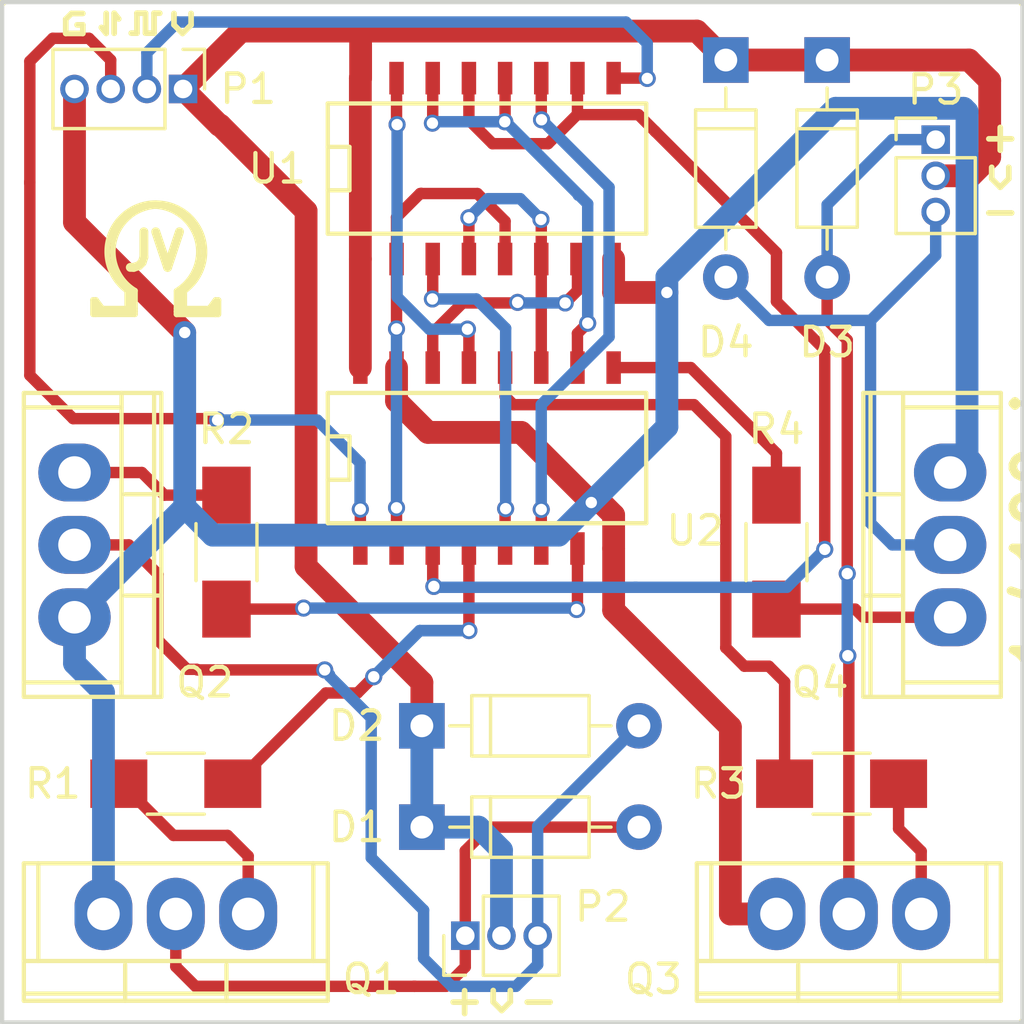
<source format=kicad_pcb>
(kicad_pcb (version 20171130) (host pcbnew "(5.1.12)-1")

  (general
    (thickness 1.6)
    (drawings 68)
    (tracks 308)
    (zones 0)
    (modules 17)
    (nets 25)
  )

  (page A4)
  (layers
    (0 F.Cu signal)
    (31 B.Cu signal)
    (32 B.Adhes user hide)
    (33 F.Adhes user hide)
    (34 B.Paste user hide)
    (35 F.Paste user hide)
    (36 B.SilkS user hide)
    (37 F.SilkS user hide)
    (38 B.Mask user hide)
    (39 F.Mask user hide)
    (40 Dwgs.User user hide)
    (41 Cmts.User user hide)
    (42 Eco1.User user hide)
    (43 Eco2.User user hide)
    (44 Edge.Cuts user)
    (45 Margin user hide)
    (46 B.CrtYd user hide)
    (47 F.CrtYd user hide)
    (48 B.Fab user hide)
    (49 F.Fab user hide)
  )

  (setup
    (last_trace_width 0.25)
    (trace_clearance 0.2)
    (zone_clearance 0.508)
    (zone_45_only yes)
    (trace_min 0.2)
    (via_size 0.6)
    (via_drill 0.4)
    (via_min_size 0.4)
    (via_min_drill 0.3)
    (uvia_size 0.3)
    (uvia_drill 0.1)
    (uvias_allowed no)
    (uvia_min_size 0.2)
    (uvia_min_drill 0.1)
    (edge_width 0.15)
    (segment_width 0.2)
    (pcb_text_width 0.3)
    (pcb_text_size 1.5 1.5)
    (mod_edge_width 0.15)
    (mod_text_size 1 1)
    (mod_text_width 0.15)
    (pad_size 1.524 1.524)
    (pad_drill 0.762)
    (pad_to_mask_clearance 0.2)
    (aux_axis_origin 0 0)
    (visible_elements 7FFEFFFF)
    (pcbplotparams
      (layerselection 0x010f0_80000001)
      (usegerberextensions false)
      (usegerberattributes true)
      (usegerberadvancedattributes true)
      (creategerberjobfile true)
      (excludeedgelayer false)
      (linewidth 0.100000)
      (plotframeref false)
      (viasonmask false)
      (mode 1)
      (useauxorigin false)
      (hpglpennumber 1)
      (hpglpenspeed 20)
      (hpglpendiameter 15.000000)
      (psnegative false)
      (psa4output false)
      (plotreference true)
      (plotvalue false)
      (plotinvisibletext false)
      (padsonsilk true)
      (subtractmaskfromsilk false)
      (outputformat 1)
      (mirror false)
      (drillshape 0)
      (scaleselection 1)
      (outputdirectory "Gerber files/"))
  )

  (net 0 "")
  (net 1 GND)
  (net 2 "Net-(Q1-Pad1)")
  (net 3 "Net-(Q2-Pad1)")
  (net 4 "Net-(Q3-Pad1)")
  (net 5 "Net-(Q4-Pad1)")
  (net 6 "Net-(R1-Pad2)")
  (net 7 "Net-(R2-Pad2)")
  (net 8 "Net-(R3-Pad2)")
  (net 9 "Net-(R4-Pad2)")
  (net 10 /B1+)
  (net 11 /B1-)
  (net 12 /A1+)
  (net 13 /A1-)
  (net 14 /CLK)
  (net 15 /A2-)
  (net 16 /A2+)
  (net 17 /B2-)
  (net 18 /B2+)
  (net 19 VCC)
  (net 20 /DIR)
  (net 21 /Coil1+)
  (net 22 /Coil1-)
  (net 23 /Coil2+)
  (net 24 /Coil2-)

  (net_class Default "This is the default net class."
    (clearance 0.2)
    (trace_width 0.25)
    (via_dia 0.6)
    (via_drill 0.4)
    (uvia_dia 0.3)
    (uvia_drill 0.1)
  )

  (net_class "high current wire" ""
    (clearance 0.2)
    (trace_width 0.8)
    (via_dia 0.6)
    (via_drill 0.4)
    (uvia_dia 0.3)
    (uvia_drill 0.1)
    (add_net GND)
    (add_net VCC)
  )

  (net_class "thicker wire" ""
    (clearance 0.2)
    (trace_width 0.4)
    (via_dia 0.6)
    (via_drill 0.4)
    (uvia_dia 0.3)
    (uvia_drill 0.1)
    (add_net /A1+)
    (add_net /A1-)
    (add_net /A2+)
    (add_net /A2-)
    (add_net /B1+)
    (add_net /B1-)
    (add_net /B2+)
    (add_net /B2-)
    (add_net /CLK)
    (add_net /Coil1+)
    (add_net /Coil1-)
    (add_net /Coil2+)
    (add_net /Coil2-)
    (add_net /DIR)
    (add_net "Net-(Q1-Pad1)")
    (add_net "Net-(Q2-Pad1)")
    (add_net "Net-(Q3-Pad1)")
    (add_net "Net-(Q4-Pad1)")
    (add_net "Net-(R1-Pad2)")
    (add_net "Net-(R2-Pad2)")
    (add_net "Net-(R3-Pad2)")
    (add_net "Net-(R4-Pad2)")
  )

  (module SMD_Packages:SO-16-N (layer F.Cu) (tedit 58B398FA) (tstamp 58ABF145)
    (at 230.886 123.444)
    (descr "Module CMS SOJ 16 pins large")
    (tags "CMS SOJ")
    (path /56F9A966)
    (attr smd)
    (fp_text reference U1 (at -7.366 0) (layer F.SilkS)
      (effects (font (size 1 1) (thickness 0.15)))
    )
    (fp_text value 74LS175 (at 0 1.27) (layer F.Fab)
      (effects (font (size 1 1) (thickness 0.15)))
    )
    (fp_line (start -5.588 -0.762) (end -4.826 -0.762) (layer F.SilkS) (width 0.15))
    (fp_line (start -4.826 -0.762) (end -4.826 0.762) (layer F.SilkS) (width 0.15))
    (fp_line (start -4.826 0.762) (end -5.588 0.762) (layer F.SilkS) (width 0.15))
    (fp_line (start 5.588 -2.286) (end 5.588 2.286) (layer F.SilkS) (width 0.15))
    (fp_line (start 5.588 2.286) (end -5.588 2.286) (layer F.SilkS) (width 0.15))
    (fp_line (start -5.588 2.286) (end -5.588 -2.286) (layer F.SilkS) (width 0.15))
    (fp_line (start -5.588 -2.286) (end 5.588 -2.286) (layer F.SilkS) (width 0.15))
    (pad 16 smd rect (at -4.445 -3.175) (size 0.508 1.143) (layers F.Cu F.Paste F.Mask)
      (net 19 VCC))
    (pad 14 smd rect (at -1.905 -3.175) (size 0.508 1.143) (layers F.Cu F.Paste F.Mask)
      (net 17 /B2-))
    (pad 13 smd rect (at -0.635 -3.175) (size 0.508 1.143) (layers F.Cu F.Paste F.Mask)
      (net 15 /A2-))
    (pad 12 smd rect (at 0.635 -3.175) (size 0.508 1.143) (layers F.Cu F.Paste F.Mask)
      (net 17 /B2-))
    (pad 11 smd rect (at 1.905 -3.175) (size 0.508 1.143) (layers F.Cu F.Paste F.Mask)
      (net 16 /A2+))
    (pad 10 smd rect (at 3.175 -3.175) (size 0.508 1.143) (layers F.Cu F.Paste F.Mask)
      (net 15 /A2-))
    (pad 9 smd rect (at 4.445 -3.175) (size 0.508 1.143) (layers F.Cu F.Paste F.Mask)
      (net 14 /CLK))
    (pad 8 smd rect (at 4.445 3.175) (size 0.508 1.143) (layers F.Cu F.Paste F.Mask)
      (net 1 GND))
    (pad 7 smd rect (at 3.175 3.175) (size 0.508 1.143) (layers F.Cu F.Paste F.Mask)
      (net 13 /A1-))
    (pad 6 smd rect (at 1.905 3.175) (size 0.508 1.143) (layers F.Cu F.Paste F.Mask)
      (net 12 /A1+))
    (pad 5 smd rect (at 0.635 3.175) (size 0.508 1.143) (layers F.Cu F.Paste F.Mask)
      (net 10 /B1+))
    (pad 4 smd rect (at -0.635 3.175) (size 0.508 1.143) (layers F.Cu F.Paste F.Mask)
      (net 12 /A1+))
    (pad 3 smd rect (at -1.905 3.175) (size 0.508 1.143) (layers F.Cu F.Paste F.Mask)
      (net 11 /B1-))
    (pad 2 smd rect (at -3.175 3.175) (size 0.508 1.143) (layers F.Cu F.Paste F.Mask)
      (net 10 /B1+))
    (pad 1 smd rect (at -4.445 3.175) (size 0.508 1.143) (layers F.Cu F.Paste F.Mask)
      (net 19 VCC))
    (pad 15 smd rect (at -3.175 -3.175) (size 0.508 1.143) (layers F.Cu F.Paste F.Mask)
      (net 18 /B2+))
    (model SMD_Packages.3dshapes/SO-16-N.wrl
      (at (xyz 0 0 0))
      (scale (xyz 0.5 0.4 0.5))
      (rotate (xyz 0 0 0))
    )
  )

  (module Diodes_ThroughHole:D_DO-35_SOD27_P7.62mm_Horizontal (layer F.Cu) (tedit 58B39A4B) (tstamp 58ABF076)
    (at 228.6 146.558)
    (descr "D, DO-35_SOD27 series, Axial, Horizontal, pin pitch=7.62mm, , length*diameter=4*2mm^2, , http://www.diodes.com/_files/packages/DO-35.pdf")
    (tags "D DO-35_SOD27 series Axial Horizontal pin pitch 7.62mm  length 4mm diameter 2mm")
    (path /56F9D31C)
    (fp_text reference D1 (at -2.286 0 180) (layer F.SilkS)
      (effects (font (size 1 1) (thickness 0.15)))
    )
    (fp_text value 1N4003 (at 3.81 2.06) (layer F.Fab)
      (effects (font (size 1 1) (thickness 0.15)))
    )
    (fp_line (start 1.81 -1) (end 1.81 1) (layer F.Fab) (width 0.1))
    (fp_line (start 1.81 1) (end 5.81 1) (layer F.Fab) (width 0.1))
    (fp_line (start 5.81 1) (end 5.81 -1) (layer F.Fab) (width 0.1))
    (fp_line (start 5.81 -1) (end 1.81 -1) (layer F.Fab) (width 0.1))
    (fp_line (start 0 0) (end 1.81 0) (layer F.Fab) (width 0.1))
    (fp_line (start 7.62 0) (end 5.81 0) (layer F.Fab) (width 0.1))
    (fp_line (start 2.41 -1) (end 2.41 1) (layer F.Fab) (width 0.1))
    (fp_line (start 1.75 -1.06) (end 1.75 1.06) (layer F.SilkS) (width 0.12))
    (fp_line (start 1.75 1.06) (end 5.87 1.06) (layer F.SilkS) (width 0.12))
    (fp_line (start 5.87 1.06) (end 5.87 -1.06) (layer F.SilkS) (width 0.12))
    (fp_line (start 5.87 -1.06) (end 1.75 -1.06) (layer F.SilkS) (width 0.12))
    (fp_line (start 0.98 0) (end 1.75 0) (layer F.SilkS) (width 0.12))
    (fp_line (start 6.64 0) (end 5.87 0) (layer F.SilkS) (width 0.12))
    (fp_line (start 2.41 -1.06) (end 2.41 1.06) (layer F.SilkS) (width 0.12))
    (fp_line (start -1.05 -1.35) (end -1.05 1.35) (layer F.CrtYd) (width 0.05))
    (fp_line (start -1.05 1.35) (end 8.7 1.35) (layer F.CrtYd) (width 0.05))
    (fp_line (start 8.7 1.35) (end 8.7 -1.35) (layer F.CrtYd) (width 0.05))
    (fp_line (start 8.7 -1.35) (end -1.05 -1.35) (layer F.CrtYd) (width 0.05))
    (pad 1 thru_hole rect (at 0 0) (size 1.6 1.6) (drill 0.8) (layers *.Cu *.Mask)
      (net 19 VCC))
    (pad 2 thru_hole oval (at 7.62 0) (size 1.6 1.6) (drill 0.8) (layers *.Cu *.Mask)
      (net 21 /Coil1+))
    (model Diodes_THT.3dshapes/D_DO-35_SOD27_P7.62mm_Horizontal.wrl
      (at (xyz 0 0 0))
      (scale (xyz 0.393701 0.393701 0.393701))
      (rotate (xyz 0 0 0))
    )
  )

  (module Diodes_ThroughHole:D_DO-35_SOD27_P7.62mm_Horizontal (layer F.Cu) (tedit 58B39A4A) (tstamp 58ABF08E)
    (at 228.6 143.002)
    (descr "D, DO-35_SOD27 series, Axial, Horizontal, pin pitch=7.62mm, , length*diameter=4*2mm^2, , http://www.diodes.com/_files/packages/DO-35.pdf")
    (tags "D DO-35_SOD27 series Axial Horizontal pin pitch 7.62mm  length 4mm diameter 2mm")
    (path /571F21B4)
    (fp_text reference D2 (at -2.286 0 180) (layer F.SilkS)
      (effects (font (size 1 1) (thickness 0.15)))
    )
    (fp_text value 1N4003 (at 3.81 2.06) (layer F.Fab)
      (effects (font (size 1 1) (thickness 0.15)))
    )
    (fp_line (start 1.81 -1) (end 1.81 1) (layer F.Fab) (width 0.1))
    (fp_line (start 1.81 1) (end 5.81 1) (layer F.Fab) (width 0.1))
    (fp_line (start 5.81 1) (end 5.81 -1) (layer F.Fab) (width 0.1))
    (fp_line (start 5.81 -1) (end 1.81 -1) (layer F.Fab) (width 0.1))
    (fp_line (start 0 0) (end 1.81 0) (layer F.Fab) (width 0.1))
    (fp_line (start 7.62 0) (end 5.81 0) (layer F.Fab) (width 0.1))
    (fp_line (start 2.41 -1) (end 2.41 1) (layer F.Fab) (width 0.1))
    (fp_line (start 1.75 -1.06) (end 1.75 1.06) (layer F.SilkS) (width 0.12))
    (fp_line (start 1.75 1.06) (end 5.87 1.06) (layer F.SilkS) (width 0.12))
    (fp_line (start 5.87 1.06) (end 5.87 -1.06) (layer F.SilkS) (width 0.12))
    (fp_line (start 5.87 -1.06) (end 1.75 -1.06) (layer F.SilkS) (width 0.12))
    (fp_line (start 0.98 0) (end 1.75 0) (layer F.SilkS) (width 0.12))
    (fp_line (start 6.64 0) (end 5.87 0) (layer F.SilkS) (width 0.12))
    (fp_line (start 2.41 -1.06) (end 2.41 1.06) (layer F.SilkS) (width 0.12))
    (fp_line (start -1.05 -1.35) (end -1.05 1.35) (layer F.CrtYd) (width 0.05))
    (fp_line (start -1.05 1.35) (end 8.7 1.35) (layer F.CrtYd) (width 0.05))
    (fp_line (start 8.7 1.35) (end 8.7 -1.35) (layer F.CrtYd) (width 0.05))
    (fp_line (start 8.7 -1.35) (end -1.05 -1.35) (layer F.CrtYd) (width 0.05))
    (pad 1 thru_hole rect (at 0 0) (size 1.6 1.6) (drill 0.8) (layers *.Cu *.Mask)
      (net 19 VCC))
    (pad 2 thru_hole oval (at 7.62 0) (size 1.6 1.6) (drill 0.8) (layers *.Cu *.Mask)
      (net 22 /Coil1-))
    (model Diodes_THT.3dshapes/D_DO-35_SOD27_P7.62mm_Horizontal.wrl
      (at (xyz 0 0 0))
      (scale (xyz 0.393701 0.393701 0.393701))
      (rotate (xyz 0 0 0))
    )
  )

  (module Diodes_ThroughHole:D_DO-35_SOD27_P7.62mm_Horizontal (layer F.Cu) (tedit 58AFCE58) (tstamp 58ABF0A6)
    (at 242.824 119.634 270)
    (descr "D, DO-35_SOD27 series, Axial, Horizontal, pin pitch=7.62mm, , length*diameter=4*2mm^2, , http://www.diodes.com/_files/packages/DO-35.pdf")
    (tags "D DO-35_SOD27 series Axial Horizontal pin pitch 7.62mm  length 4mm diameter 2mm")
    (path /571F23A9)
    (fp_text reference D3 (at 9.906 0) (layer F.SilkS)
      (effects (font (size 1 1) (thickness 0.15)))
    )
    (fp_text value 1N4003 (at 3.81 2.06 270) (layer F.Fab)
      (effects (font (size 1 1) (thickness 0.15)))
    )
    (fp_line (start 1.81 -1) (end 1.81 1) (layer F.Fab) (width 0.1))
    (fp_line (start 1.81 1) (end 5.81 1) (layer F.Fab) (width 0.1))
    (fp_line (start 5.81 1) (end 5.81 -1) (layer F.Fab) (width 0.1))
    (fp_line (start 5.81 -1) (end 1.81 -1) (layer F.Fab) (width 0.1))
    (fp_line (start 0 0) (end 1.81 0) (layer F.Fab) (width 0.1))
    (fp_line (start 7.62 0) (end 5.81 0) (layer F.Fab) (width 0.1))
    (fp_line (start 2.41 -1) (end 2.41 1) (layer F.Fab) (width 0.1))
    (fp_line (start 1.75 -1.06) (end 1.75 1.06) (layer F.SilkS) (width 0.12))
    (fp_line (start 1.75 1.06) (end 5.87 1.06) (layer F.SilkS) (width 0.12))
    (fp_line (start 5.87 1.06) (end 5.87 -1.06) (layer F.SilkS) (width 0.12))
    (fp_line (start 5.87 -1.06) (end 1.75 -1.06) (layer F.SilkS) (width 0.12))
    (fp_line (start 0.98 0) (end 1.75 0) (layer F.SilkS) (width 0.12))
    (fp_line (start 6.64 0) (end 5.87 0) (layer F.SilkS) (width 0.12))
    (fp_line (start 2.41 -1.06) (end 2.41 1.06) (layer F.SilkS) (width 0.12))
    (fp_line (start -1.05 -1.35) (end -1.05 1.35) (layer F.CrtYd) (width 0.05))
    (fp_line (start -1.05 1.35) (end 8.7 1.35) (layer F.CrtYd) (width 0.05))
    (fp_line (start 8.7 1.35) (end 8.7 -1.35) (layer F.CrtYd) (width 0.05))
    (fp_line (start 8.7 -1.35) (end -1.05 -1.35) (layer F.CrtYd) (width 0.05))
    (pad 1 thru_hole rect (at 0 0 270) (size 1.6 1.6) (drill 0.8) (layers *.Cu *.Mask)
      (net 19 VCC))
    (pad 2 thru_hole oval (at 7.62 0 270) (size 1.6 1.6) (drill 0.8) (layers *.Cu *.Mask)
      (net 23 /Coil2+))
    (model Diodes_THT.3dshapes/D_DO-35_SOD27_P7.62mm_Horizontal.wrl
      (at (xyz 0 0 0))
      (scale (xyz 0.393701 0.393701 0.393701))
      (rotate (xyz 0 0 0))
    )
  )

  (module Diodes_ThroughHole:D_DO-35_SOD27_P7.62mm_Horizontal (layer F.Cu) (tedit 58AFCE5B) (tstamp 58ABF0BE)
    (at 239.268 119.634 270)
    (descr "D, DO-35_SOD27 series, Axial, Horizontal, pin pitch=7.62mm, , length*diameter=4*2mm^2, , http://www.diodes.com/_files/packages/DO-35.pdf")
    (tags "D DO-35_SOD27 series Axial Horizontal pin pitch 7.62mm  length 4mm diameter 2mm")
    (path /571F23B1)
    (fp_text reference D4 (at 9.906 0) (layer F.SilkS)
      (effects (font (size 1 1) (thickness 0.15)))
    )
    (fp_text value 1N4003 (at 3.81 2.06 270) (layer F.Fab)
      (effects (font (size 1 1) (thickness 0.15)))
    )
    (fp_line (start 1.81 -1) (end 1.81 1) (layer F.Fab) (width 0.1))
    (fp_line (start 1.81 1) (end 5.81 1) (layer F.Fab) (width 0.1))
    (fp_line (start 5.81 1) (end 5.81 -1) (layer F.Fab) (width 0.1))
    (fp_line (start 5.81 -1) (end 1.81 -1) (layer F.Fab) (width 0.1))
    (fp_line (start 0 0) (end 1.81 0) (layer F.Fab) (width 0.1))
    (fp_line (start 7.62 0) (end 5.81 0) (layer F.Fab) (width 0.1))
    (fp_line (start 2.41 -1) (end 2.41 1) (layer F.Fab) (width 0.1))
    (fp_line (start 1.75 -1.06) (end 1.75 1.06) (layer F.SilkS) (width 0.12))
    (fp_line (start 1.75 1.06) (end 5.87 1.06) (layer F.SilkS) (width 0.12))
    (fp_line (start 5.87 1.06) (end 5.87 -1.06) (layer F.SilkS) (width 0.12))
    (fp_line (start 5.87 -1.06) (end 1.75 -1.06) (layer F.SilkS) (width 0.12))
    (fp_line (start 0.98 0) (end 1.75 0) (layer F.SilkS) (width 0.12))
    (fp_line (start 6.64 0) (end 5.87 0) (layer F.SilkS) (width 0.12))
    (fp_line (start 2.41 -1.06) (end 2.41 1.06) (layer F.SilkS) (width 0.12))
    (fp_line (start -1.05 -1.35) (end -1.05 1.35) (layer F.CrtYd) (width 0.05))
    (fp_line (start -1.05 1.35) (end 8.7 1.35) (layer F.CrtYd) (width 0.05))
    (fp_line (start 8.7 1.35) (end 8.7 -1.35) (layer F.CrtYd) (width 0.05))
    (fp_line (start 8.7 -1.35) (end -1.05 -1.35) (layer F.CrtYd) (width 0.05))
    (pad 1 thru_hole rect (at 0 0 270) (size 1.6 1.6) (drill 0.8) (layers *.Cu *.Mask)
      (net 19 VCC))
    (pad 2 thru_hole oval (at 7.62 0 270) (size 1.6 1.6) (drill 0.8) (layers *.Cu *.Mask)
      (net 24 /Coil2-))
    (model Diodes_THT.3dshapes/D_DO-35_SOD27_P7.62mm_Horizontal.wrl
      (at (xyz 0 0 0))
      (scale (xyz 0.393701 0.393701 0.393701))
      (rotate (xyz 0 0 0))
    )
  )

  (module Power_Integrations:TO-220 (layer F.Cu) (tedit 58AFCE31) (tstamp 58ABF0DF)
    (at 219.964 149.606 180)
    (descr "Non Isolated JEDEC TO-220 Package")
    (tags "Power Integration YN Package")
    (path /57217636)
    (fp_text reference Q1 (at -6.858 -2.286 180) (layer F.SilkS)
      (effects (font (size 1 1) (thickness 0.15)))
    )
    (fp_text value TIP120 (at 0 -4.318 180) (layer F.Fab)
      (effects (font (size 1 1) (thickness 0.15)))
    )
    (fp_line (start 4.826 -1.651) (end 4.826 1.778) (layer F.SilkS) (width 0.15))
    (fp_line (start -4.826 -1.651) (end -4.826 1.778) (layer F.SilkS) (width 0.15))
    (fp_line (start 5.334 -2.794) (end -5.334 -2.794) (layer F.SilkS) (width 0.15))
    (fp_line (start 1.778 -1.778) (end 1.778 -3.048) (layer F.SilkS) (width 0.15))
    (fp_line (start -1.778 -1.778) (end -1.778 -3.048) (layer F.SilkS) (width 0.15))
    (fp_line (start -5.334 -1.651) (end 5.334 -1.651) (layer F.SilkS) (width 0.15))
    (fp_line (start 5.334 1.778) (end -5.334 1.778) (layer F.SilkS) (width 0.15))
    (fp_line (start -5.334 -3.048) (end -5.334 1.778) (layer F.SilkS) (width 0.15))
    (fp_line (start 5.334 -3.048) (end 5.334 1.778) (layer F.SilkS) (width 0.15))
    (fp_line (start 5.334 -3.048) (end -5.334 -3.048) (layer F.SilkS) (width 0.15))
    (pad 2 thru_hole oval (at 0 0 180) (size 2.032 2.54) (drill 1.143) (layers *.Cu *.Mask)
      (net 21 /Coil1+))
    (pad 3 thru_hole oval (at 2.54 0 180) (size 2.032 2.54) (drill 1.143) (layers *.Cu *.Mask)
      (net 1 GND))
    (pad 1 thru_hole oval (at -2.54 0 180) (size 2.032 2.54) (drill 1.143) (layers *.Cu *.Mask)
      (net 2 "Net-(Q1-Pad1)"))
  )

  (module Power_Integrations:TO-220 (layer F.Cu) (tedit 58B39A61) (tstamp 58ABF0F0)
    (at 216.408 136.652 270)
    (descr "Non Isolated JEDEC TO-220 Package")
    (tags "Power Integration YN Package")
    (path /57217280)
    (fp_text reference Q2 (at 4.826 -4.572) (layer F.SilkS)
      (effects (font (size 1 1) (thickness 0.15)))
    )
    (fp_text value TIP120 (at 0 -4.318 270) (layer F.Fab)
      (effects (font (size 1 1) (thickness 0.15)))
    )
    (fp_line (start 4.826 -1.651) (end 4.826 1.778) (layer F.SilkS) (width 0.15))
    (fp_line (start -4.826 -1.651) (end -4.826 1.778) (layer F.SilkS) (width 0.15))
    (fp_line (start 5.334 -2.794) (end -5.334 -2.794) (layer F.SilkS) (width 0.15))
    (fp_line (start 1.778 -1.778) (end 1.778 -3.048) (layer F.SilkS) (width 0.15))
    (fp_line (start -1.778 -1.778) (end -1.778 -3.048) (layer F.SilkS) (width 0.15))
    (fp_line (start -5.334 -1.651) (end 5.334 -1.651) (layer F.SilkS) (width 0.15))
    (fp_line (start 5.334 1.778) (end -5.334 1.778) (layer F.SilkS) (width 0.15))
    (fp_line (start -5.334 -3.048) (end -5.334 1.778) (layer F.SilkS) (width 0.15))
    (fp_line (start 5.334 -3.048) (end 5.334 1.778) (layer F.SilkS) (width 0.15))
    (fp_line (start 5.334 -3.048) (end -5.334 -3.048) (layer F.SilkS) (width 0.15))
    (pad 2 thru_hole oval (at 0 0 270) (size 2.032 2.54) (drill 1.143) (layers *.Cu *.Mask)
      (net 22 /Coil1-))
    (pad 3 thru_hole oval (at 2.54 0 270) (size 2.032 2.54) (drill 1.143) (layers *.Cu *.Mask)
      (net 1 GND))
    (pad 1 thru_hole oval (at -2.54 0 270) (size 2.032 2.54) (drill 1.143) (layers *.Cu *.Mask)
      (net 3 "Net-(Q2-Pad1)"))
  )

  (module Power_Integrations:TO-220 (layer F.Cu) (tedit 58B39A52) (tstamp 58ABF101)
    (at 243.586 149.606 180)
    (descr "Non Isolated JEDEC TO-220 Package")
    (tags "Power Integration YN Package")
    (path /57217303)
    (fp_text reference Q3 (at 6.858 -2.286) (layer F.SilkS)
      (effects (font (size 1 1) (thickness 0.15)))
    )
    (fp_text value TIP120 (at 0 -4.318 180) (layer F.Fab)
      (effects (font (size 1 1) (thickness 0.15)))
    )
    (fp_line (start 4.826 -1.651) (end 4.826 1.778) (layer F.SilkS) (width 0.15))
    (fp_line (start -4.826 -1.651) (end -4.826 1.778) (layer F.SilkS) (width 0.15))
    (fp_line (start 5.334 -2.794) (end -5.334 -2.794) (layer F.SilkS) (width 0.15))
    (fp_line (start 1.778 -1.778) (end 1.778 -3.048) (layer F.SilkS) (width 0.15))
    (fp_line (start -1.778 -1.778) (end -1.778 -3.048) (layer F.SilkS) (width 0.15))
    (fp_line (start -5.334 -1.651) (end 5.334 -1.651) (layer F.SilkS) (width 0.15))
    (fp_line (start 5.334 1.778) (end -5.334 1.778) (layer F.SilkS) (width 0.15))
    (fp_line (start -5.334 -3.048) (end -5.334 1.778) (layer F.SilkS) (width 0.15))
    (fp_line (start 5.334 -3.048) (end 5.334 1.778) (layer F.SilkS) (width 0.15))
    (fp_line (start 5.334 -3.048) (end -5.334 -3.048) (layer F.SilkS) (width 0.15))
    (pad 2 thru_hole oval (at 0 0 180) (size 2.032 2.54) (drill 1.143) (layers *.Cu *.Mask)
      (net 23 /Coil2+))
    (pad 3 thru_hole oval (at 2.54 0 180) (size 2.032 2.54) (drill 1.143) (layers *.Cu *.Mask)
      (net 1 GND))
    (pad 1 thru_hole oval (at -2.54 0 180) (size 2.032 2.54) (drill 1.143) (layers *.Cu *.Mask)
      (net 4 "Net-(Q3-Pad1)"))
  )

  (module Power_Integrations:TO-220 (layer F.Cu) (tedit 58AFCE48) (tstamp 58ABF112)
    (at 247.142 136.652 90)
    (descr "Non Isolated JEDEC TO-220 Package")
    (tags "Power Integration YN Package")
    (path /572173B5)
    (fp_text reference Q4 (at -4.826 -4.572 180) (layer F.SilkS)
      (effects (font (size 1 1) (thickness 0.15)))
    )
    (fp_text value TIP120 (at 0 -4.318 90) (layer F.Fab)
      (effects (font (size 1 1) (thickness 0.15)))
    )
    (fp_line (start 4.826 -1.651) (end 4.826 1.778) (layer F.SilkS) (width 0.15))
    (fp_line (start -4.826 -1.651) (end -4.826 1.778) (layer F.SilkS) (width 0.15))
    (fp_line (start 5.334 -2.794) (end -5.334 -2.794) (layer F.SilkS) (width 0.15))
    (fp_line (start 1.778 -1.778) (end 1.778 -3.048) (layer F.SilkS) (width 0.15))
    (fp_line (start -1.778 -1.778) (end -1.778 -3.048) (layer F.SilkS) (width 0.15))
    (fp_line (start -5.334 -1.651) (end 5.334 -1.651) (layer F.SilkS) (width 0.15))
    (fp_line (start 5.334 1.778) (end -5.334 1.778) (layer F.SilkS) (width 0.15))
    (fp_line (start -5.334 -3.048) (end -5.334 1.778) (layer F.SilkS) (width 0.15))
    (fp_line (start 5.334 -3.048) (end 5.334 1.778) (layer F.SilkS) (width 0.15))
    (fp_line (start 5.334 -3.048) (end -5.334 -3.048) (layer F.SilkS) (width 0.15))
    (pad 2 thru_hole oval (at 0 0 90) (size 2.032 2.54) (drill 1.143) (layers *.Cu *.Mask)
      (net 24 /Coil2-))
    (pad 3 thru_hole oval (at 2.54 0 90) (size 2.032 2.54) (drill 1.143) (layers *.Cu *.Mask)
      (net 1 GND))
    (pad 1 thru_hole oval (at -2.54 0 90) (size 2.032 2.54) (drill 1.143) (layers *.Cu *.Mask)
      (net 5 "Net-(Q4-Pad1)"))
  )

  (module Resistors_SMD:R_1206_HandSoldering (layer F.Cu) (tedit 58B39907) (tstamp 58ABF118)
    (at 219.964 145.034)
    (descr "Resistor SMD 1206, hand soldering")
    (tags "resistor 1206")
    (path /571EEB1C)
    (attr smd)
    (fp_text reference R1 (at -4.318 0 180) (layer F.SilkS)
      (effects (font (size 1 1) (thickness 0.15)))
    )
    (fp_text value 180 (at 0 1.9) (layer F.Fab)
      (effects (font (size 1 1) (thickness 0.15)))
    )
    (fp_line (start -1.6 0.8) (end -1.6 -0.8) (layer F.Fab) (width 0.1))
    (fp_line (start 1.6 0.8) (end -1.6 0.8) (layer F.Fab) (width 0.1))
    (fp_line (start 1.6 -0.8) (end 1.6 0.8) (layer F.Fab) (width 0.1))
    (fp_line (start -1.6 -0.8) (end 1.6 -0.8) (layer F.Fab) (width 0.1))
    (fp_line (start 1 1.07) (end -1 1.07) (layer F.SilkS) (width 0.12))
    (fp_line (start -1 -1.07) (end 1 -1.07) (layer F.SilkS) (width 0.12))
    (fp_line (start -3.25 -1.11) (end 3.25 -1.11) (layer F.CrtYd) (width 0.05))
    (fp_line (start -3.25 -1.11) (end -3.25 1.1) (layer F.CrtYd) (width 0.05))
    (fp_line (start 3.25 1.1) (end 3.25 -1.11) (layer F.CrtYd) (width 0.05))
    (fp_line (start 3.25 1.1) (end -3.25 1.1) (layer F.CrtYd) (width 0.05))
    (fp_text user %R (at 0 -1.85) (layer F.Fab)
      (effects (font (size 1 1) (thickness 0.15)))
    )
    (pad 1 smd rect (at -2 0) (size 2 1.7) (layers F.Cu F.Paste F.Mask)
      (net 2 "Net-(Q1-Pad1)"))
    (pad 2 smd rect (at 2 0) (size 2 1.7) (layers F.Cu F.Paste F.Mask)
      (net 6 "Net-(R1-Pad2)"))
    (model Resistors_SMD.3dshapes/R_1206.wrl
      (at (xyz 0 0 0))
      (scale (xyz 1 1 1))
      (rotate (xyz 0 0 0))
    )
  )

  (module Resistors_SMD:R_1206_HandSoldering (layer F.Cu) (tedit 58B39A5C) (tstamp 58ABF11E)
    (at 221.742 136.906 270)
    (descr "Resistor SMD 1206, hand soldering")
    (tags "resistor 1206")
    (path /571EECCE)
    (attr smd)
    (fp_text reference R2 (at -4.318 0) (layer F.SilkS)
      (effects (font (size 1 1) (thickness 0.15)))
    )
    (fp_text value 180 (at 0 1.9 270) (layer F.Fab)
      (effects (font (size 1 1) (thickness 0.15)))
    )
    (fp_line (start -1.6 0.8) (end -1.6 -0.8) (layer F.Fab) (width 0.1))
    (fp_line (start 1.6 0.8) (end -1.6 0.8) (layer F.Fab) (width 0.1))
    (fp_line (start 1.6 -0.8) (end 1.6 0.8) (layer F.Fab) (width 0.1))
    (fp_line (start -1.6 -0.8) (end 1.6 -0.8) (layer F.Fab) (width 0.1))
    (fp_line (start 1 1.07) (end -1 1.07) (layer F.SilkS) (width 0.12))
    (fp_line (start -1 -1.07) (end 1 -1.07) (layer F.SilkS) (width 0.12))
    (fp_line (start -3.25 -1.11) (end 3.25 -1.11) (layer F.CrtYd) (width 0.05))
    (fp_line (start -3.25 -1.11) (end -3.25 1.1) (layer F.CrtYd) (width 0.05))
    (fp_line (start 3.25 1.1) (end 3.25 -1.11) (layer F.CrtYd) (width 0.05))
    (fp_line (start 3.25 1.1) (end -3.25 1.1) (layer F.CrtYd) (width 0.05))
    (fp_text user %R (at 0 -1.85 270) (layer F.Fab)
      (effects (font (size 1 1) (thickness 0.15)))
    )
    (pad 1 smd rect (at -2 0 270) (size 2 1.7) (layers F.Cu F.Paste F.Mask)
      (net 3 "Net-(Q2-Pad1)"))
    (pad 2 smd rect (at 2 0 270) (size 2 1.7) (layers F.Cu F.Paste F.Mask)
      (net 7 "Net-(R2-Pad2)"))
    (model Resistors_SMD.3dshapes/R_1206.wrl
      (at (xyz 0 0 0))
      (scale (xyz 1 1 1))
      (rotate (xyz 0 0 0))
    )
  )

  (module Resistors_SMD:R_1206_HandSoldering (layer F.Cu) (tedit 58B39A47) (tstamp 58ABF124)
    (at 243.332 145.034 180)
    (descr "Resistor SMD 1206, hand soldering")
    (tags "resistor 1206")
    (path /571EED22)
    (attr smd)
    (fp_text reference R3 (at 4.318 0) (layer F.SilkS)
      (effects (font (size 1 1) (thickness 0.15)))
    )
    (fp_text value 180 (at 0 1.9 180) (layer F.Fab)
      (effects (font (size 1 1) (thickness 0.15)))
    )
    (fp_line (start -1.6 0.8) (end -1.6 -0.8) (layer F.Fab) (width 0.1))
    (fp_line (start 1.6 0.8) (end -1.6 0.8) (layer F.Fab) (width 0.1))
    (fp_line (start 1.6 -0.8) (end 1.6 0.8) (layer F.Fab) (width 0.1))
    (fp_line (start -1.6 -0.8) (end 1.6 -0.8) (layer F.Fab) (width 0.1))
    (fp_line (start 1 1.07) (end -1 1.07) (layer F.SilkS) (width 0.12))
    (fp_line (start -1 -1.07) (end 1 -1.07) (layer F.SilkS) (width 0.12))
    (fp_line (start -3.25 -1.11) (end 3.25 -1.11) (layer F.CrtYd) (width 0.05))
    (fp_line (start -3.25 -1.11) (end -3.25 1.1) (layer F.CrtYd) (width 0.05))
    (fp_line (start 3.25 1.1) (end 3.25 -1.11) (layer F.CrtYd) (width 0.05))
    (fp_line (start 3.25 1.1) (end -3.25 1.1) (layer F.CrtYd) (width 0.05))
    (fp_text user %R (at 0 -1.85 180) (layer F.Fab)
      (effects (font (size 1 1) (thickness 0.15)))
    )
    (pad 1 smd rect (at -2 0 180) (size 2 1.7) (layers F.Cu F.Paste F.Mask)
      (net 4 "Net-(Q3-Pad1)"))
    (pad 2 smd rect (at 2 0 180) (size 2 1.7) (layers F.Cu F.Paste F.Mask)
      (net 8 "Net-(R3-Pad2)"))
    (model Resistors_SMD.3dshapes/R_1206.wrl
      (at (xyz 0 0 0))
      (scale (xyz 1 1 1))
      (rotate (xyz 0 0 0))
    )
  )

  (module Resistors_SMD:R_1206_HandSoldering (layer F.Cu) (tedit 58AFCE4C) (tstamp 58ABF12A)
    (at 241.046 136.906 90)
    (descr "Resistor SMD 1206, hand soldering")
    (tags "resistor 1206")
    (path /571EED28)
    (attr smd)
    (fp_text reference R4 (at 4.318 0 180) (layer F.SilkS)
      (effects (font (size 1 1) (thickness 0.15)))
    )
    (fp_text value 180 (at 0 1.9 90) (layer F.Fab)
      (effects (font (size 1 1) (thickness 0.15)))
    )
    (fp_line (start -1.6 0.8) (end -1.6 -0.8) (layer F.Fab) (width 0.1))
    (fp_line (start 1.6 0.8) (end -1.6 0.8) (layer F.Fab) (width 0.1))
    (fp_line (start 1.6 -0.8) (end 1.6 0.8) (layer F.Fab) (width 0.1))
    (fp_line (start -1.6 -0.8) (end 1.6 -0.8) (layer F.Fab) (width 0.1))
    (fp_line (start 1 1.07) (end -1 1.07) (layer F.SilkS) (width 0.12))
    (fp_line (start -1 -1.07) (end 1 -1.07) (layer F.SilkS) (width 0.12))
    (fp_line (start -3.25 -1.11) (end 3.25 -1.11) (layer F.CrtYd) (width 0.05))
    (fp_line (start -3.25 -1.11) (end -3.25 1.1) (layer F.CrtYd) (width 0.05))
    (fp_line (start 3.25 1.1) (end 3.25 -1.11) (layer F.CrtYd) (width 0.05))
    (fp_line (start 3.25 1.1) (end -3.25 1.1) (layer F.CrtYd) (width 0.05))
    (fp_text user %R (at 0 -1.85 90) (layer F.Fab)
      (effects (font (size 1 1) (thickness 0.15)))
    )
    (pad 1 smd rect (at -2 0 90) (size 2 1.7) (layers F.Cu F.Paste F.Mask)
      (net 5 "Net-(Q4-Pad1)"))
    (pad 2 smd rect (at 2 0 90) (size 2 1.7) (layers F.Cu F.Paste F.Mask)
      (net 9 "Net-(R4-Pad2)"))
    (model Resistors_SMD.3dshapes/R_1206.wrl
      (at (xyz 0 0 0))
      (scale (xyz 1 1 1))
      (rotate (xyz 0 0 0))
    )
  )

  (module SMD_Packages:SO-16-N (layer F.Cu) (tedit 58AFCED9) (tstamp 58ABF160)
    (at 230.886 133.604)
    (descr "Module CMS SOJ 16 pins large")
    (tags "CMS SOJ")
    (path /571E5331)
    (attr smd)
    (fp_text reference U2 (at 7.304 2.546) (layer F.SilkS)
      (effects (font (size 1 1) (thickness 0.15)))
    )
    (fp_text value 74LS157 (at 0 1.27) (layer F.Fab)
      (effects (font (size 1 1) (thickness 0.15)))
    )
    (fp_line (start -5.588 -0.762) (end -4.826 -0.762) (layer F.SilkS) (width 0.15))
    (fp_line (start -4.826 -0.762) (end -4.826 0.762) (layer F.SilkS) (width 0.15))
    (fp_line (start -4.826 0.762) (end -5.588 0.762) (layer F.SilkS) (width 0.15))
    (fp_line (start 5.588 -2.286) (end 5.588 2.286) (layer F.SilkS) (width 0.15))
    (fp_line (start 5.588 2.286) (end -5.588 2.286) (layer F.SilkS) (width 0.15))
    (fp_line (start -5.588 2.286) (end -5.588 -2.286) (layer F.SilkS) (width 0.15))
    (fp_line (start -5.588 -2.286) (end 5.588 -2.286) (layer F.SilkS) (width 0.15))
    (pad 16 smd rect (at -4.445 -3.175) (size 0.508 1.143) (layers F.Cu F.Paste F.Mask)
      (net 19 VCC))
    (pad 14 smd rect (at -1.905 -3.175) (size 0.508 1.143) (layers F.Cu F.Paste F.Mask)
      (net 13 /A1-))
    (pad 13 smd rect (at -0.635 -3.175) (size 0.508 1.143) (layers F.Cu F.Paste F.Mask)
      (net 18 /B2+))
    (pad 12 smd rect (at 0.635 -3.175) (size 0.508 1.143) (layers F.Cu F.Paste F.Mask)
      (net 8 "Net-(R3-Pad2)"))
    (pad 11 smd rect (at 1.905 -3.175) (size 0.508 1.143) (layers F.Cu F.Paste F.Mask)
      (net 12 /A1+))
    (pad 10 smd rect (at 3.175 -3.175) (size 0.508 1.143) (layers F.Cu F.Paste F.Mask)
      (net 17 /B2-))
    (pad 9 smd rect (at 4.445 -3.175) (size 0.508 1.143) (layers F.Cu F.Paste F.Mask)
      (net 9 "Net-(R4-Pad2)"))
    (pad 8 smd rect (at 4.445 3.175) (size 0.508 1.143) (layers F.Cu F.Paste F.Mask)
      (net 1 GND))
    (pad 7 smd rect (at 3.175 3.175) (size 0.508 1.143) (layers F.Cu F.Paste F.Mask)
      (net 7 "Net-(R2-Pad2)"))
    (pad 6 smd rect (at 1.905 3.175) (size 0.508 1.143) (layers F.Cu F.Paste F.Mask)
      (net 16 /A2+))
    (pad 5 smd rect (at 0.635 3.175) (size 0.508 1.143) (layers F.Cu F.Paste F.Mask)
      (net 11 /B1-))
    (pad 4 smd rect (at -0.635 3.175) (size 0.508 1.143) (layers F.Cu F.Paste F.Mask)
      (net 6 "Net-(R1-Pad2)"))
    (pad 3 smd rect (at -1.905 3.175) (size 0.508 1.143) (layers F.Cu F.Paste F.Mask)
      (net 15 /A2-))
    (pad 2 smd rect (at -3.175 3.175) (size 0.508 1.143) (layers F.Cu F.Paste F.Mask)
      (net 10 /B1+))
    (pad 1 smd rect (at -4.445 3.175) (size 0.508 1.143) (layers F.Cu F.Paste F.Mask)
      (net 20 /DIR))
    (pad 15 smd rect (at -3.175 -3.175) (size 0.508 1.143) (layers F.Cu F.Paste F.Mask)
      (net 1 GND))
    (model SMD_Packages.3dshapes/SO-16-N.wrl
      (at (xyz 0 0 0))
      (scale (xyz 0.5 0.4 0.5))
      (rotate (xyz 0 0 0))
    )
  )

  (module Pin_Headers:Pin_Header_Straight_1x04_Pitch1.27mm (layer F.Cu) (tedit 58B3BA89) (tstamp 58B0F335)
    (at 220.218 120.65 270)
    (descr "Through hole straight pin header, 1x04, 1.27mm pitch, single row")
    (tags "Through hole pin header THT 1x04 1.27mm single row")
    (path /58AC3CBE)
    (fp_text reference P1 (at 0 -2.286) (layer F.SilkS)
      (effects (font (size 1 1) (thickness 0.15)))
    )
    (fp_text value CONN_01X04 (at 0 5.565 270) (layer F.Fab)
      (effects (font (size 1 1) (thickness 0.15)))
    )
    (fp_line (start -1.27 -0.635) (end -1.27 4.445) (layer F.Fab) (width 0.1))
    (fp_line (start -1.27 4.445) (end 1.27 4.445) (layer F.Fab) (width 0.1))
    (fp_line (start 1.27 4.445) (end 1.27 -0.635) (layer F.Fab) (width 0.1))
    (fp_line (start 1.27 -0.635) (end -1.27 -0.635) (layer F.Fab) (width 0.1))
    (fp_line (start -1.39 0.635) (end -1.39 4.565) (layer F.SilkS) (width 0.12))
    (fp_line (start -1.39 4.565) (end 1.39 4.565) (layer F.SilkS) (width 0.12))
    (fp_line (start 1.39 4.565) (end 1.39 0.635) (layer F.SilkS) (width 0.12))
    (fp_line (start 1.39 0.635) (end -1.39 0.635) (layer F.SilkS) (width 0.12))
    (fp_line (start -1.39 0) (end -1.39 -0.755) (layer F.SilkS) (width 0.12))
    (fp_line (start -1.39 -0.755) (end 0 -0.755) (layer F.SilkS) (width 0.12))
    (fp_line (start -1.6 -0.9) (end -1.6 4.7) (layer F.CrtYd) (width 0.05))
    (fp_line (start -1.6 4.7) (end 1.6 4.7) (layer F.CrtYd) (width 0.05))
    (fp_line (start 1.6 4.7) (end 1.6 -0.9) (layer F.CrtYd) (width 0.05))
    (fp_line (start 1.6 -0.9) (end -1.6 -0.9) (layer F.CrtYd) (width 0.05))
    (pad 1 thru_hole rect (at 0 0 270) (size 1 1) (drill 0.65) (layers *.Cu *.Mask)
      (net 19 VCC))
    (pad 2 thru_hole oval (at 0 1.27 270) (size 1 1) (drill 0.65) (layers *.Cu *.Mask)
      (net 14 /CLK))
    (pad 3 thru_hole oval (at 0 2.54 270) (size 1 1) (drill 0.65) (layers *.Cu *.Mask)
      (net 20 /DIR))
    (pad 4 thru_hole oval (at 0 3.81 270) (size 1 1) (drill 0.65) (layers *.Cu *.Mask)
      (net 1 GND))
    (model Pin_Headers.3dshapes/Pin_Header_Straight_1x04_Pitch1.27mm.wrl
      (at (xyz 0 0 0))
      (scale (xyz 1 1 1))
      (rotate (xyz 0 0 0))
    )
  )

  (module Pin_Headers:Pin_Header_Straight_1x03_Pitch1.27mm (layer F.Cu) (tedit 5862ED59) (tstamp 58B3969E)
    (at 246.634 122.428)
    (descr "Through hole straight pin header, 1x03, 1.27mm pitch, single row")
    (tags "Through hole pin header THT 1x03 1.27mm single row")
    (path /58B39702)
    (fp_text reference P3 (at 0 -1.755) (layer F.SilkS)
      (effects (font (size 1 1) (thickness 0.15)))
    )
    (fp_text value CONN_01X03 (at 0 4.295) (layer F.Fab)
      (effects (font (size 1 1) (thickness 0.15)))
    )
    (fp_line (start -1.27 -0.635) (end -1.27 3.175) (layer F.Fab) (width 0.1))
    (fp_line (start -1.27 3.175) (end 1.27 3.175) (layer F.Fab) (width 0.1))
    (fp_line (start 1.27 3.175) (end 1.27 -0.635) (layer F.Fab) (width 0.1))
    (fp_line (start 1.27 -0.635) (end -1.27 -0.635) (layer F.Fab) (width 0.1))
    (fp_line (start -1.39 0.635) (end -1.39 3.295) (layer F.SilkS) (width 0.12))
    (fp_line (start -1.39 3.295) (end 1.39 3.295) (layer F.SilkS) (width 0.12))
    (fp_line (start 1.39 3.295) (end 1.39 0.635) (layer F.SilkS) (width 0.12))
    (fp_line (start 1.39 0.635) (end -1.39 0.635) (layer F.SilkS) (width 0.12))
    (fp_line (start -1.39 0) (end -1.39 -0.755) (layer F.SilkS) (width 0.12))
    (fp_line (start -1.39 -0.755) (end 0 -0.755) (layer F.SilkS) (width 0.12))
    (fp_line (start -1.6 -0.9) (end -1.6 3.5) (layer F.CrtYd) (width 0.05))
    (fp_line (start -1.6 3.5) (end 1.6 3.5) (layer F.CrtYd) (width 0.05))
    (fp_line (start 1.6 3.5) (end 1.6 -0.9) (layer F.CrtYd) (width 0.05))
    (fp_line (start 1.6 -0.9) (end -1.6 -0.9) (layer F.CrtYd) (width 0.05))
    (pad 1 thru_hole rect (at 0 0) (size 1 1) (drill 0.65) (layers *.Cu *.Mask)
      (net 23 /Coil2+))
    (pad 2 thru_hole oval (at 0 1.27) (size 1 1) (drill 0.65) (layers *.Cu *.Mask)
      (net 19 VCC))
    (pad 3 thru_hole oval (at 0 2.54) (size 1 1) (drill 0.65) (layers *.Cu *.Mask)
      (net 24 /Coil2-))
    (model Pin_Headers.3dshapes/Pin_Header_Straight_1x03_Pitch1.27mm.wrl
      (at (xyz 0 0 0))
      (scale (xyz 1 1 1))
      (rotate (xyz 0 0 0))
    )
  )

  (module Pin_Headers:Pin_Header_Straight_1x03_Pitch1.27mm (layer F.Cu) (tedit 58B39A55) (tstamp 58B0F33F)
    (at 230.124 150.368 90)
    (descr "Through hole straight pin header, 1x03, 1.27mm pitch, single row")
    (tags "Through hole pin header THT 1x03 1.27mm single row")
    (path /58B396A2)
    (fp_text reference P2 (at 1.016 4.826 180) (layer F.SilkS)
      (effects (font (size 1 1) (thickness 0.15)))
    )
    (fp_text value CONN_01X03 (at 0 4.295 90) (layer F.Fab)
      (effects (font (size 1 1) (thickness 0.15)))
    )
    (fp_line (start -1.27 -0.635) (end -1.27 3.175) (layer F.Fab) (width 0.1))
    (fp_line (start -1.27 3.175) (end 1.27 3.175) (layer F.Fab) (width 0.1))
    (fp_line (start 1.27 3.175) (end 1.27 -0.635) (layer F.Fab) (width 0.1))
    (fp_line (start 1.27 -0.635) (end -1.27 -0.635) (layer F.Fab) (width 0.1))
    (fp_line (start -1.39 0.635) (end -1.39 3.295) (layer F.SilkS) (width 0.12))
    (fp_line (start -1.39 3.295) (end 1.39 3.295) (layer F.SilkS) (width 0.12))
    (fp_line (start 1.39 3.295) (end 1.39 0.635) (layer F.SilkS) (width 0.12))
    (fp_line (start 1.39 0.635) (end -1.39 0.635) (layer F.SilkS) (width 0.12))
    (fp_line (start -1.39 0) (end -1.39 -0.755) (layer F.SilkS) (width 0.12))
    (fp_line (start -1.39 -0.755) (end 0 -0.755) (layer F.SilkS) (width 0.12))
    (fp_line (start -1.6 -0.9) (end -1.6 3.5) (layer F.CrtYd) (width 0.05))
    (fp_line (start -1.6 3.5) (end 1.6 3.5) (layer F.CrtYd) (width 0.05))
    (fp_line (start 1.6 3.5) (end 1.6 -0.9) (layer F.CrtYd) (width 0.05))
    (fp_line (start 1.6 -0.9) (end -1.6 -0.9) (layer F.CrtYd) (width 0.05))
    (pad 1 thru_hole rect (at 0 0 90) (size 1 1) (drill 0.65) (layers *.Cu *.Mask)
      (net 21 /Coil1+))
    (pad 2 thru_hole oval (at 0 1.27 90) (size 1 1) (drill 0.65) (layers *.Cu *.Mask)
      (net 19 VCC))
    (pad 3 thru_hole oval (at 0 2.54 90) (size 1 1) (drill 0.65) (layers *.Cu *.Mask)
      (net 22 /Coil1-))
    (model Pin_Headers.3dshapes/Pin_Header_Straight_1x03_Pitch1.27mm.wrl
      (at (xyz 0 0 0))
      (scale (xyz 1 1 1))
      (rotate (xyz 0 0 0))
    )
  )

  (gr_line (start 219.2 117.99) (end 219.4 117.99) (layer F.SilkS) (width 0.2))
  (gr_line (start 219.2 118.69) (end 219.2 117.99) (layer F.SilkS) (width 0.2))
  (gr_line (start 218.9 118.69) (end 219.2 118.69) (layer F.SilkS) (width 0.2))
  (gr_line (start 218.9 117.99) (end 218.9 118.69) (layer F.SilkS) (width 0.2))
  (gr_line (start 218.6 117.99) (end 218.9 117.99) (layer F.SilkS) (width 0.2))
  (gr_line (start 218.6 118.69) (end 218.6 117.99) (layer F.SilkS) (width 0.2))
  (gr_line (start 218.4 118.69) (end 218.6 118.69) (layer F.SilkS) (width 0.2))
  (gr_line (start 216.7 118.4) (end 216.5 118.4) (layer F.SilkS) (width 0.2))
  (gr_line (start 216.7 118.7) (end 216.7 118.4) (layer F.SilkS) (width 0.2))
  (gr_line (start 216.1 118.7) (end 216.7 118.7) (layer F.SilkS) (width 0.2))
  (gr_line (start 216.1 118.2) (end 216.1 118.7) (layer F.SilkS) (width 0.2))
  (gr_line (start 216.3 118) (end 216.1 118.2) (layer F.SilkS) (width 0.2))
  (gr_line (start 216.7 118) (end 216.3 118) (layer F.SilkS) (width 0.2))
  (gr_line (start 217.35 118.49) (end 217.52 118.7) (layer F.SilkS) (width 0.2))
  (gr_line (start 217.52 118.695154) (end 217.52 117.995154) (layer F.SilkS) (width 0.2))
  (gr_line (start 217.8 117.99) (end 217.96 118.19) (layer F.SilkS) (width 0.2))
  (gr_line (start 217.8 118.695154) (end 217.8 117.995154) (layer F.SilkS) (width 0.2))
  (gr_line (start 219.9 118.4) (end 219.9 118) (layer F.SilkS) (width 0.2) (tstamp 58E06B7A))
  (gr_line (start 220.5 118) (end 220.5 118.4) (layer F.SilkS) (width 0.2) (tstamp 58E06B79))
  (gr_line (start 220.5 118.4) (end 220.2 118.7) (layer F.SilkS) (width 0.2) (tstamp 58E06B78))
  (gr_line (start 220.2 118.7) (end 219.9 118.4) (layer F.SilkS) (width 0.2) (tstamp 58E06B77))
  (gr_line (start 219.99 128.36) (end 221.45 128.36) (layer F.SilkS) (width 0.2) (tstamp 58E06AAD))
  (gr_line (start 218.529902 128.36) (end 217.069902 128.36) (layer F.SilkS) (width 0.2) (tstamp 58E06AA2))
  (gr_line (start 218.26 127.78) (end 218.26 128.46) (layer F.SilkS) (width 0.2) (tstamp 58E06A93))
  (gr_line (start 220.26 128.54) (end 220.26 127.8) (layer F.SilkS) (width 0.2) (tstamp 58E06A7C))
  (gr_line (start 221.06 128.46) (end 221.36 128.06) (layer F.SilkS) (width 0.2))
  (gr_line (start 217.46 128.46) (end 217.16 128.06) (layer F.SilkS) (width 0.2))
  (gr_line (start 217.159902 128.057546) (end 217.059902 128.057546) (layer F.SilkS) (width 0.2))
  (gr_line (start 218.529902 128.457546) (end 218.529902 128.557546) (layer F.SilkS) (width 0.2))
  (gr_line (start 218.529902 128.557546) (end 217.069902 128.557546) (layer F.SilkS) (width 0.2) (tstamp 58E0695F))
  (gr_line (start 218.529902 128.457546) (end 217.069902 128.457546) (layer F.SilkS) (width 0.2) (tstamp 58E0695E))
  (gr_line (start 217.059902 128.557546) (end 217.059902 128.057546) (layer F.SilkS) (width 0.2) (tstamp 58E0695D))
  (gr_line (start 217.159902 128.557546) (end 217.159902 128.057546) (layer F.SilkS) (width 0.2) (tstamp 58E0695C))
  (gr_line (start 221.36 128.56) (end 221.36 128.06) (layer F.SilkS) (width 0.2))
  (gr_line (start 221.36 128.06) (end 221.46 128.06) (layer F.SilkS) (width 0.2))
  (gr_line (start 219.99 128.56) (end 221.45 128.56) (layer F.SilkS) (width 0.2) (tstamp 58E068EE))
  (gr_line (start 221.46 128.56) (end 221.46 128.06) (layer F.SilkS) (width 0.2))
  (gr_line (start 219.99 128.46) (end 221.45 128.46) (layer F.SilkS) (width 0.2))
  (gr_line (start 218.53 128.44) (end 218.53 127.73) (layer F.SilkS) (width 0.2) (tstamp 58E068B0))
  (gr_line (start 218.43 127.75) (end 218.43 128.43) (layer F.SilkS) (width 0.2) (tstamp 58E068AF))
  (gr_line (start 220.09 128.46) (end 220.09 127.72) (layer F.SilkS) (width 0.2))
  (gr_line (start 219.99 128.46) (end 219.99 128.56) (layer F.SilkS) (width 0.2))
  (gr_line (start 219.99 127.74) (end 219.99 128.46) (layer F.SilkS) (width 0.2))
  (gr_line (start 233.1 152.7) (end 232.3 152.7) (angle 90) (layer F.SilkS) (width 0.2) (tstamp 58E062E4))
  (gr_line (start 231.703811 152.293389) (end 231.703811 152.693389) (layer F.SilkS) (width 0.2) (tstamp 58E062E3))
  (gr_line (start 231.403811 152.993389) (end 231.103811 152.693389) (layer F.SilkS) (width 0.2) (tstamp 58E062E2))
  (gr_line (start 230.5 152.7) (end 229.7 152.7) (angle 90) (layer F.SilkS) (width 0.2) (tstamp 58E062E1))
  (gr_line (start 230.1 153.1) (end 230.1 152.3) (angle 90) (layer F.SilkS) (width 0.2) (tstamp 58E062E0))
  (gr_line (start 231.703811 152.693389) (end 231.403811 152.993389) (layer F.SilkS) (width 0.2) (tstamp 58E062DF))
  (gr_line (start 231.103811 152.693389) (end 231.103811 152.293389) (layer F.SilkS) (width 0.2) (tstamp 58E062DE))
  (gr_line (start 248.6 123.8) (end 248.6 123.4) (layer F.SilkS) (width 0.2))
  (gr_line (start 248.9 124.1) (end 248.6 123.8) (layer F.SilkS) (width 0.2))
  (gr_line (start 249.2 123.8) (end 248.9 124.1) (layer F.SilkS) (width 0.2))
  (gr_line (start 249.2 123.4) (end 249.2 123.8) (layer F.SilkS) (width 0.2))
  (gr_line (start 248.9 122.8) (end 248.9 122) (angle 90) (layer F.SilkS) (width 0.2))
  (gr_line (start 248.5 125) (end 249.3 125) (angle 90) (layer F.SilkS) (width 0.2))
  (gr_line (start 248.5 122.4) (end 249.3 122.4) (angle 90) (layer F.SilkS) (width 0.2))
  (gr_line (start 213.868 117.602) (end 213.868 153.416) (angle 90) (layer Edge.Cuts) (width 0.15) (tstamp 58AE5F3C))
  (gr_line (start 249.682 117.602) (end 249.682 153.416) (angle 90) (layer Edge.Cuts) (width 0.15))
  (gr_line (start 249.682 153.416) (end 213.868 153.416) (angle 90) (layer Edge.Cuts) (width 0.15) (tstamp 58AE5EDA))
  (gr_line (start 249.682 117.602) (end 213.868 117.602) (angle 90) (layer Edge.Cuts) (width 0.15))
  (gr_arc (start 219.257258 126.357076) (end 219.257258 124.657076) (angle -149) (layer F.SilkS) (width 0.2))
  (gr_arc (start 219.357258 126.357076) (end 219.257258 124.757076) (angle -145.4) (layer F.SilkS) (width 0.2))
  (gr_arc (start 219.27 126.36) (end 219.27 124.66) (angle 149.0362435) (layer F.SilkS) (width 0.2) (tstamp 58E0668A))
  (gr_arc (start 219.17 126.36) (end 219.27 124.76) (angle 145.4599275) (layer F.SilkS) (width 0.2))
  (gr_text "JV\n" (at 219.2 126.35) (layer F.SilkS)
    (effects (font (size 1.25 1.25) (thickness 0.3125)))
  )
  (dimension 35.814 (width 0.3) (layer F.SilkS)
    (gr_text "35.814 mm" (at 253.318 135.509 270) (layer F.SilkS)
      (effects (font (size 1.5 1.5) (thickness 0.3)))
    )
    (feature1 (pts (xy 249.682 153.416) (xy 254.668 153.416)))
    (feature2 (pts (xy 249.682 117.602) (xy 254.668 117.602)))
    (crossbar (pts (xy 251.968 117.602) (xy 251.968 153.416)))
    (arrow1a (pts (xy 251.968 153.416) (xy 251.381579 152.289496)))
    (arrow1b (pts (xy 251.968 153.416) (xy 252.554421 152.289496)))
    (arrow2a (pts (xy 251.968 117.602) (xy 251.381579 118.728504)))
    (arrow2b (pts (xy 251.968 117.602) (xy 252.554421 118.728504)))
  )
  (dimension 35.814 (width 0.3) (layer F.SilkS)
    (gr_text "35.814 mm" (at 231.775 113.966) (layer F.SilkS)
      (effects (font (size 1.5 1.5) (thickness 0.3)))
    )
    (feature1 (pts (xy 213.868 117.602) (xy 213.868 112.616)))
    (feature2 (pts (xy 249.682 117.602) (xy 249.682 112.616)))
    (crossbar (pts (xy 249.682 115.316) (xy 213.868 115.316)))
    (arrow1a (pts (xy 213.868 115.316) (xy 214.994504 114.729579)))
    (arrow1b (pts (xy 213.868 115.316) (xy 214.994504 115.902421)))
    (arrow2a (pts (xy 249.682 115.316) (xy 248.555496 114.729579)))
    (arrow2b (pts (xy 249.682 115.316) (xy 248.555496 115.902421)))
  )

  (via (at 220.27642 129.1971) (size 0.6) (drill 0.4) (layers F.Cu B.Cu) (net 1))
  (segment (start 216.408 139.192) (end 216.408 140.8099) (width 0.8) (layer B.Cu) (net 1))
  (segment (start 241.046 149.606) (end 239.4281 149.606) (width 0.8) (layer F.Cu) (net 1))
  (segment (start 239.4281 149.606) (end 239.4281 143.0447) (width 0.8) (layer F.Cu) (net 1))
  (segment (start 239.4281 143.0447) (end 235.331 138.9476) (width 0.8) (layer F.Cu) (net 1))
  (segment (start 235.331 138.9476) (end 235.331 136.779) (width 0.8) (layer F.Cu) (net 1))
  (segment (start 235.331 127.7924) (end 237.1996 127.7924) (width 0.8) (layer F.Cu) (net 1))
  (segment (start 234.546 135.1653) (end 237.1996 132.5117) (width 0.8) (layer B.Cu) (net 1))
  (segment (start 237.1996 132.5117) (end 237.1996 127.7924) (width 0.8) (layer B.Cu) (net 1))
  (segment (start 235.331 126.619) (end 235.331 127.7924) (width 0.8) (layer F.Cu) (net 1))
  (segment (start 234.546 135.1653) (end 232.0843 132.7036) (width 0.8) (layer F.Cu) (net 1))
  (segment (start 232.0843 132.7036) (end 228.8122 132.7036) (width 0.8) (layer F.Cu) (net 1))
  (segment (start 228.8122 132.7036) (end 227.711 131.6024) (width 0.8) (layer F.Cu) (net 1))
  (segment (start 235.331 135.6056) (end 234.8907 135.1653) (width 0.8) (layer F.Cu) (net 1))
  (segment (start 234.8907 135.1653) (end 234.546 135.1653) (width 0.8) (layer F.Cu) (net 1))
  (segment (start 227.711 130.429) (end 227.711 131.6024) (width 0.8) (layer F.Cu) (net 1))
  (segment (start 235.331 136.779) (end 235.331 135.6056) (width 0.8) (layer F.Cu) (net 1))
  (segment (start 216.408 140.8099) (end 217.424 141.8259) (width 0.8) (layer B.Cu) (net 1))
  (segment (start 217.424 141.8259) (end 217.424 149.606) (width 0.8) (layer B.Cu) (net 1))
  (via (at 234.546 135.1653) (size 0.6) (layers F.Cu B.Cu) (net 1))
  (via (at 237.1996 127.7924) (size 0.6) (layers F.Cu B.Cu) (net 1))
  (segment (start 216.408 125.32868) (end 220.27642 129.1971) (width 0.8) (layer F.Cu) (net 1))
  (segment (start 216.408 120.65) (end 216.408 125.32868) (width 0.8) (layer F.Cu) (net 1))
  (segment (start 220.27642 135.32358) (end 216.408 139.192) (width 0.8) (layer B.Cu) (net 1))
  (segment (start 220.27642 129.1971) (end 220.27642 135.32358) (width 0.8) (layer B.Cu) (net 1))
  (segment (start 221.262841 136.310001) (end 220.27642 135.32358) (width 0.8) (layer B.Cu) (net 1))
  (segment (start 233.401299 136.310001) (end 221.262841 136.310001) (width 0.8) (layer B.Cu) (net 1))
  (segment (start 234.546 135.1653) (end 233.401299 136.310001) (width 0.8) (layer B.Cu) (net 1))
  (segment (start 237.1996 127.250398) (end 237.1996 127.7924) (width 0.8) (layer B.Cu) (net 1))
  (segment (start 243.121999 121.327999) (end 237.1996 127.250398) (width 0.8) (layer B.Cu) (net 1))
  (segment (start 247.614001 121.327999) (end 243.121999 121.327999) (width 0.8) (layer B.Cu) (net 1))
  (segment (start 247.734001 121.447999) (end 247.614001 121.327999) (width 0.8) (layer B.Cu) (net 1))
  (segment (start 247.734001 133.519999) (end 247.734001 121.447999) (width 0.8) (layer B.Cu) (net 1))
  (segment (start 247.142 134.112) (end 247.734001 133.519999) (width 0.8) (layer B.Cu) (net 1))
  (segment (start 217.964 145.034) (end 218.064 145.034) (width 0.4) (layer F.Cu) (net 2))
  (segment (start 218.064 145.034) (end 219.88 146.85) (width 0.4) (layer F.Cu) (net 2))
  (segment (start 219.88 146.85) (end 221.78 146.85) (width 0.4) (layer F.Cu) (net 2))
  (segment (start 221.78 146.85) (end 222.504 147.574) (width 0.4) (layer F.Cu) (net 2))
  (segment (start 222.504 147.574) (end 222.504 149.606) (width 0.4) (layer F.Cu) (net 2))
  (segment (start 221.742 134.906) (end 219.566 134.906) (width 0.4) (layer F.Cu) (net 3))
  (segment (start 219.566 134.906) (end 218.772 134.112) (width 0.4) (layer F.Cu) (net 3))
  (segment (start 218.772 134.112) (end 216.408 134.112) (width 0.4) (layer F.Cu) (net 3))
  (segment (start 245.332 145.034) (end 245.332 146.612) (width 0.4) (layer F.Cu) (net 4))
  (segment (start 245.332 146.612) (end 246.126 147.406) (width 0.4) (layer F.Cu) (net 4))
  (segment (start 246.126 147.406) (end 246.126 149.606) (width 0.4) (layer F.Cu) (net 4))
  (segment (start 241.046 138.906) (end 243.808 138.906) (width 0.4) (layer F.Cu) (net 5))
  (segment (start 243.808 138.906) (end 244.094 139.192) (width 0.4) (layer F.Cu) (net 5))
  (segment (start 244.094 139.192) (end 247.142 139.192) (width 0.4) (layer F.Cu) (net 5))
  (segment (start 230.25 139.66) (end 230.251 139.659) (width 0.4) (layer F.Cu) (net 6))
  (segment (start 228.53 139.66) (end 230.25 139.66) (width 0.4) (layer B.Cu) (net 6))
  (segment (start 226.86 141.32) (end 228.52 139.66) (width 0.4) (layer B.Cu) (net 6))
  (segment (start 228.52 139.66) (end 228.53 139.66) (width 0.4) (layer B.Cu) (net 6))
  (segment (start 221.964 145.034) (end 222.006 145.034) (width 0.4) (layer F.Cu) (net 6))
  (segment (start 222.226 145.034) (end 222.006 145.034) (width 0.4) (layer F.Cu) (net 6))
  (segment (start 230.251 136.779) (end 230.251 139.659) (width 0.4) (layer F.Cu) (net 6))
  (segment (start 222.006 145.034) (end 222.046 145.034) (width 0.4) (layer F.Cu) (net 6))
  (segment (start 222.046 145.034) (end 225.23 141.85) (width 0.4) (layer F.Cu) (net 6))
  (segment (start 225.23 141.85) (end 226.34 141.85) (width 0.4) (layer F.Cu) (net 6))
  (segment (start 226.34 141.85) (end 226.91 141.28) (width 0.4) (layer F.Cu) (net 6))
  (segment (start 226.91 141.28) (end 228.53 139.66) (width 0.4) (layer B.Cu) (net 6))
  (segment (start 228.53 139.66) (end 230.25 139.66) (width 0.4) (layer B.Cu) (net 6))
  (via (at 230.25 139.66) (size 0.6) (layers F.Cu B.Cu) (net 6))
  (via (at 226.91 141.28) (size 0.6) (layers F.Cu B.Cu) (net 6))
  (segment (start 224.45 138.87) (end 233.98 138.87) (width 0.4) (layer B.Cu) (net 7))
  (segment (start 233.98 138.87) (end 234.03 138.92) (width 0.4) (layer B.Cu) (net 7))
  (segment (start 224.45 138.87) (end 224.414 138.906) (width 0.4) (layer F.Cu) (net 7))
  (segment (start 224.414 138.906) (end 221.742 138.906) (width 0.4) (layer F.Cu) (net 7))
  (segment (start 234.03 138.92) (end 234.061 138.889) (width 0.4) (layer F.Cu) (net 7))
  (segment (start 234.061 138.889) (end 234.061 136.779) (width 0.4) (layer F.Cu) (net 7))
  (via (at 224.45 138.87) (size 0.6) (layers F.Cu B.Cu) (net 7))
  (via (at 234.03 138.92) (size 0.6) (layers F.Cu B.Cu) (net 7))
  (segment (start 239.268 140.26) (end 239.268 140.268) (width 0.4) (layer F.Cu) (net 8))
  (segment (start 239.268 135.636) (end 239.268 140.26) (width 0.4) (layer F.Cu) (net 8))
  (segment (start 239.268 135.62) (end 239.268 135.636) (width 0.4) (layer F.Cu) (net 8))
  (segment (start 231.521 130.429) (end 231.521 131.441) (width 0.4) (layer F.Cu) (net 8))
  (segment (start 231.521 131.441) (end 231.81 131.73) (width 0.4) (layer F.Cu) (net 8))
  (segment (start 231.81 131.73) (end 238.15 131.73) (width 0.4) (layer F.Cu) (net 8))
  (segment (start 238.15 131.73) (end 239.268 132.848) (width 0.4) (layer F.Cu) (net 8))
  (segment (start 239.268 132.848) (end 239.268 135.62) (width 0.4) (layer F.Cu) (net 8))
  (segment (start 239.268 135.62) (end 239.268 135.636) (width 0.4) (layer F.Cu) (net 8))
  (segment (start 241.332 145.034) (end 241.046 145.034) (width 0.4) (layer F.Cu) (net 8))
  (segment (start 239.268 140.26) (end 239.27 140.26) (width 0.4) (layer F.Cu) (net 8))
  (segment (start 239.27 140.26) (end 239.92 140.91) (width 0.4) (layer F.Cu) (net 8))
  (segment (start 239.92 140.91) (end 240.78 140.91) (width 0.4) (layer F.Cu) (net 8))
  (segment (start 240.78 140.91) (end 241.332 141.462) (width 0.4) (layer F.Cu) (net 8))
  (segment (start 241.332 141.462) (end 241.332 145.034) (width 0.4) (layer F.Cu) (net 8))
  (segment (start 241.046 134.906) (end 241.046 134.874) (width 0.4) (layer F.Cu) (net 9))
  (segment (start 235.331 130.429) (end 235.331 130.149) (width 0.4) (layer F.Cu) (net 9))
  (segment (start 241.046 134.906) (end 241.046 134.874) (width 0.4) (layer F.Cu) (net 9))
  (segment (start 241.046 134.874) (end 241.046 133.436) (width 0.4) (layer F.Cu) (net 9))
  (segment (start 241.046 133.436) (end 238.039 130.429) (width 0.4) (layer F.Cu) (net 9))
  (segment (start 238.039 130.429) (end 235.331 130.429) (width 0.4) (layer F.Cu) (net 9))
  (segment (start 228.59 124.32) (end 228.58 124.32) (width 0.4) (layer F.Cu) (net 10))
  (segment (start 231.521 126.619) (end 231.521 125.291) (width 0.4) (layer F.Cu) (net 10))
  (segment (start 231.521 125.291) (end 230.55 124.32) (width 0.4) (layer F.Cu) (net 10))
  (segment (start 230.55 124.32) (end 228.59 124.32) (width 0.4) (layer F.Cu) (net 10))
  (segment (start 228.59 124.32) (end 228.58 124.32) (width 0.4) (layer F.Cu) (net 10))
  (segment (start 227.71 135.39) (end 227.71 136.778) (width 0.4) (layer F.Cu) (net 10))
  (segment (start 227.71 136.778) (end 227.711 136.779) (width 0.4) (layer F.Cu) (net 10))
  (segment (start 227.71 135.35) (end 227.71 135.39) (width 0.4) (layer F.Cu) (net 10))
  (segment (start 227.71 135.39) (end 227.7 135.38) (width 0.4) (layer F.Cu) (net 10))
  (segment (start 227.711 135.391) (end 227.71 135.39) (width 0.4) (layer F.Cu) (net 10))
  (segment (start 228.58 124.32) (end 228.54 124.32) (width 0.4) (layer F.Cu) (net 10))
  (segment (start 228.54 124.32) (end 227.711 125.149) (width 0.4) (layer F.Cu) (net 10))
  (segment (start 227.711 125.149) (end 227.711 126.619) (width 0.4) (layer F.Cu) (net 10))
  (segment (start 227.711 126.619) (end 227.711 129.069) (width 0.4) (layer F.Cu) (net 10))
  (segment (start 227.711 129.069) (end 227.71 129.07) (width 0.4) (layer F.Cu) (net 10))
  (segment (start 227.71 129.07) (end 227.71 135.35) (width 0.4) (layer B.Cu) (net 10))
  (segment (start 227.71 135.35) (end 227.711 135.351) (width 0.4) (layer F.Cu) (net 10))
  (via (at 227.71 129.07) (size 0.6) (layers F.Cu B.Cu) (net 10))
  (via (at 227.71 135.35) (size 0.6) (layers F.Cu B.Cu) (net 10))
  (segment (start 228.97 128.02) (end 228.99 128.02) (width 0.4) (layer B.Cu) (net 11))
  (segment (start 228.981 126.619) (end 228.981 128.009) (width 0.4) (layer F.Cu) (net 11))
  (segment (start 228.981 128.009) (end 228.97 128.02) (width 0.4) (layer F.Cu) (net 11))
  (segment (start 228.97 128.02) (end 228.99 128.02) (width 0.4) (layer B.Cu) (net 11))
  (segment (start 231.54 135.38) (end 231.521 135.399) (width 0.4) (layer F.Cu) (net 11))
  (segment (start 231.521 135.399) (end 231.521 136.779) (width 0.4) (layer F.Cu) (net 11))
  (segment (start 231.54 135.38) (end 231.54 129.05) (width 0.4) (layer B.Cu) (net 11))
  (segment (start 231.54 129.05) (end 230.51 128.02) (width 0.4) (layer B.Cu) (net 11))
  (segment (start 230.51 128.02) (end 228.99 128.02) (width 0.4) (layer B.Cu) (net 11))
  (via (at 228.97 128.02) (size 0.6) (layers F.Cu B.Cu) (net 11))
  (via (at 231.54 135.38) (size 0.6) (layers F.Cu B.Cu) (net 11))
  (segment (start 232.791 130.429) (end 232.791 126.619) (width 0.4) (layer F.Cu) (net 12))
  (segment (start 232.791 126.619) (end 232.791 125.241) (width 0.4) (layer F.Cu) (net 12))
  (segment (start 232.791 125.241) (end 232.78 125.23) (width 0.4) (layer F.Cu) (net 12))
  (segment (start 232.78 125.23) (end 232.05 124.5) (width 0.4) (layer B.Cu) (net 12))
  (segment (start 232.05 124.5) (end 230.92 124.5) (width 0.4) (layer B.Cu) (net 12))
  (segment (start 230.92 124.5) (end 230.25 125.17) (width 0.4) (layer B.Cu) (net 12))
  (segment (start 230.25 125.17) (end 230.251 125.171) (width 0.4) (layer F.Cu) (net 12))
  (segment (start 230.251 125.171) (end 230.251 126.619) (width 0.4) (layer F.Cu) (net 12))
  (via (at 232.78 125.23) (size 0.6) (layers F.Cu B.Cu) (net 12))
  (via (at 230.25 125.17) (size 0.6) (layers F.Cu B.Cu) (net 12))
  (segment (start 233.63 128.16) (end 234.061 127.729) (width 0.4) (layer F.Cu) (net 13))
  (segment (start 234.061 127.729) (end 234.061 126.619) (width 0.4) (layer F.Cu) (net 13))
  (segment (start 233.63 128.16) (end 233.62 128.15) (width 0.4) (layer B.Cu) (net 13))
  (segment (start 233.63 128.16) (end 231.98 128.16) (width 0.4) (layer B.Cu) (net 13))
  (segment (start 231.98 128.16) (end 231.96 128.14) (width 0.4) (layer B.Cu) (net 13))
  (segment (start 231.96 128.14) (end 231.94 128.16) (width 0.4) (layer F.Cu) (net 13))
  (segment (start 231.94 128.16) (end 230.03 128.16) (width 0.4) (layer F.Cu) (net 13))
  (segment (start 230.03 128.16) (end 228.981 129.209) (width 0.4) (layer F.Cu) (net 13))
  (segment (start 228.981 129.209) (end 228.981 130.429) (width 0.4) (layer F.Cu) (net 13))
  (via (at 233.63 128.16) (size 0.6) (layers F.Cu B.Cu) (net 13))
  (via (at 231.96 128.14) (size 0.6) (layers F.Cu B.Cu) (net 13))
  (segment (start 236.51 120.28) (end 236.51 119.05) (width 0.4) (layer B.Cu) (net 14))
  (segment (start 236.51 119.05) (end 235.76 118.3) (width 0.4) (layer B.Cu) (net 14))
  (segment (start 235.76 118.3) (end 220.028 118.3) (width 0.4) (layer B.Cu) (net 14))
  (segment (start 220.028 118.3) (end 218.948 119.38) (width 0.4) (layer B.Cu) (net 14))
  (segment (start 218.948 119.38) (end 218.948 120.65) (width 0.4) (layer B.Cu) (net 14))
  (segment (start 235.331 120.269) (end 236.499 120.269) (width 0.4) (layer F.Cu) (net 14))
  (segment (start 236.499 120.269) (end 236.51 120.28) (width 0.4) (layer F.Cu) (net 14))
  (via (at 236.51 120.28) (size 0.6) (layers F.Cu B.Cu) (net 14))
  (segment (start 236.77 122.12) (end 236.81 122.16) (width 0.4) (layer F.Cu) (net 15))
  (segment (start 236.09 138.14) (end 236.11 138.14) (width 0.4) (layer B.Cu) (net 15))
  (segment (start 236.09 138.14) (end 236.11 138.14) (width 0.4) (layer B.Cu) (net 15))
  (segment (start 228.981 136.779) (end 228.981 138.071) (width 0.4) (layer F.Cu) (net 15))
  (segment (start 228.981 138.071) (end 229.02 138.11) (width 0.4) (layer F.Cu) (net 15))
  (segment (start 229.02 138.11) (end 229.05 138.14) (width 0.4) (layer B.Cu) (net 15))
  (segment (start 229.05 138.14) (end 236.09 138.14) (width 0.4) (layer B.Cu) (net 15))
  (segment (start 242.74 136.81) (end 242.74 129.804) (width 0.4) (layer F.Cu) (net 15))
  (segment (start 242.74 129.804) (end 241.046 128.11) (width 0.4) (layer F.Cu) (net 15))
  (segment (start 241.046 128.11) (end 241.046 126.396) (width 0.4) (layer F.Cu) (net 15))
  (segment (start 241.046 126.396) (end 236.81 122.16) (width 0.4) (layer F.Cu) (net 15))
  (segment (start 236.81 122.16) (end 236.77 122.12) (width 0.4) (layer F.Cu) (net 15))
  (segment (start 234.061 121.551) (end 234.061 120.269) (width 0.4) (layer F.Cu) (net 15))
  (segment (start 234.061 121.551) (end 236.201 121.551) (width 0.4) (layer F.Cu) (net 15))
  (segment (start 236.201 121.551) (end 236.77 122.12) (width 0.4) (layer F.Cu) (net 15))
  (segment (start 234.061 121.551) (end 234.049 121.551) (width 0.4) (layer F.Cu) (net 15))
  (segment (start 234.049 121.551) (end 233.03 122.57) (width 0.4) (layer F.Cu) (net 15))
  (segment (start 233.03 122.57) (end 231.08 122.57) (width 0.4) (layer F.Cu) (net 15))
  (segment (start 231.08 122.57) (end 230.251 121.741) (width 0.4) (layer F.Cu) (net 15))
  (segment (start 230.251 121.741) (end 230.251 120.269) (width 0.4) (layer F.Cu) (net 15))
  (segment (start 242.74 136.81) (end 241.41 138.14) (width 0.4) (layer B.Cu) (net 15))
  (segment (start 241.41 138.14) (end 236.11 138.14) (width 0.4) (layer B.Cu) (net 15))
  (via (at 229.02 138.11) (size 0.6) (layers F.Cu B.Cu) (net 15))
  (via (at 242.74 136.81) (size 0.6) (layers F.Cu B.Cu) (net 15))
  (segment (start 232.791 136.779) (end 232.791 135.411) (width 0.4) (layer F.Cu) (net 16))
  (segment (start 232.791 135.411) (end 232.79 135.41) (width 0.4) (layer F.Cu) (net 16))
  (segment (start 232.79 135.41) (end 232.79 131.73) (width 0.4) (layer B.Cu) (net 16))
  (segment (start 232.79 131.73) (end 235.17 129.35) (width 0.4) (layer B.Cu) (net 16))
  (segment (start 235.17 129.35) (end 235.17 124.1) (width 0.4) (layer B.Cu) (net 16))
  (segment (start 235.17 124.1) (end 232.8 121.73) (width 0.4) (layer B.Cu) (net 16))
  (segment (start 232.791 120.269) (end 232.791 121.721) (width 0.4) (layer F.Cu) (net 16))
  (segment (start 232.791 121.721) (end 232.8 121.73) (width 0.4) (layer F.Cu) (net 16))
  (via (at 232.79 135.41) (size 0.6) (layers F.Cu B.Cu) (net 16))
  (via (at 232.8 121.73) (size 0.6) (layers F.Cu B.Cu) (net 16))
  (segment (start 234.12 124.38) (end 234.09 124.38) (width 0.4) (layer B.Cu) (net 17))
  (segment (start 234.42 128.87) (end 234.42 124.68) (width 0.4) (layer B.Cu) (net 17))
  (segment (start 234.42 124.68) (end 234.12 124.38) (width 0.4) (layer B.Cu) (net 17))
  (segment (start 231.521 120.269) (end 231.521 121.789) (width 0.4) (layer F.Cu) (net 17))
  (segment (start 231.521 121.789) (end 231.51 121.8) (width 0.4) (layer F.Cu) (net 17))
  (segment (start 228.981 120.269) (end 228.981 121.839) (width 0.4) (layer F.Cu) (net 17))
  (segment (start 228.981 121.839) (end 228.97 121.85) (width 0.4) (layer F.Cu) (net 17))
  (segment (start 228.97 121.85) (end 229.02 121.8) (width 0.4) (layer B.Cu) (net 17))
  (segment (start 229.02 121.8) (end 231.51 121.8) (width 0.4) (layer B.Cu) (net 17))
  (segment (start 234.061 130.429) (end 234.061 129.229) (width 0.4) (layer F.Cu) (net 17))
  (segment (start 234.061 129.229) (end 234.42 128.87) (width 0.4) (layer F.Cu) (net 17))
  (segment (start 231.51 121.8) (end 231.54 121.8) (width 0.4) (layer B.Cu) (net 17))
  (segment (start 231.54 121.8) (end 234.12 124.38) (width 0.4) (layer B.Cu) (net 17))
  (via (at 231.51 121.8) (size 0.6) (layers F.Cu B.Cu) (net 17))
  (via (at 228.97 121.85) (size 0.6) (layers F.Cu B.Cu) (net 17))
  (via (at 234.42 128.87) (size 0.6) (layers F.Cu B.Cu) (net 17))
  (segment (start 227.73 121.9) (end 227.73 127.95) (width 0.4) (layer B.Cu) (net 18))
  (segment (start 227.73 127.95) (end 228.86 129.08) (width 0.4) (layer B.Cu) (net 18))
  (segment (start 228.86 129.08) (end 230.2 129.08) (width 0.4) (layer B.Cu) (net 18))
  (segment (start 230.2 129.08) (end 230.251 129.131) (width 0.4) (layer F.Cu) (net 18))
  (segment (start 230.251 129.131) (end 230.251 130.429) (width 0.4) (layer F.Cu) (net 18))
  (segment (start 227.711 120.269) (end 227.711 121.881) (width 0.4) (layer F.Cu) (net 18))
  (segment (start 227.711 121.881) (end 227.73 121.9) (width 0.4) (layer F.Cu) (net 18))
  (via (at 230.2 129.08) (size 0.6) (layers F.Cu B.Cu) (net 18))
  (via (at 227.73 121.9) (size 0.6) (layers F.Cu B.Cu) (net 18))
  (segment (start 226.45 118.618) (end 238.252 118.618) (width 0.8) (layer F.Cu) (net 19))
  (segment (start 238.252 118.618) (end 239.268 119.634) (width 0.8) (layer F.Cu) (net 19))
  (segment (start 220.218 120.65) (end 222.25 118.618) (width 0.8) (layer F.Cu) (net 19))
  (segment (start 222.25 118.618) (end 226.45 118.618) (width 0.8) (layer F.Cu) (net 19))
  (segment (start 226.441 130.429) (end 226.441 126.619) (width 0.8) (layer F.Cu) (net 19))
  (segment (start 226.441 126.619) (end 226.441 120.269) (width 0.8) (layer F.Cu) (net 19))
  (segment (start 239.268 119.634) (end 242.824 119.634) (width 0.8) (layer F.Cu) (net 19))
  (segment (start 220.218 120.65) (end 221.488 121.92) (width 0.8) (layer F.Cu) (net 19))
  (segment (start 221.488 121.92) (end 221.52 121.92) (width 0.8) (layer F.Cu) (net 19))
  (segment (start 221.52 121.92) (end 224.536 124.936) (width 0.8) (layer F.Cu) (net 19))
  (segment (start 224.536 124.936) (end 224.536 137.414) (width 0.8) (layer F.Cu) (net 19))
  (segment (start 224.536 137.414) (end 228.6 141.478) (width 0.8) (layer F.Cu) (net 19))
  (segment (start 228.6 141.478) (end 228.6 143.002) (width 0.8) (layer F.Cu) (net 19))
  (segment (start 228.6 143.002) (end 228.6 146.558) (width 0.8) (layer B.Cu) (net 19))
  (segment (start 226.45 118.618) (end 226.45 120.26) (width 0.8) (layer F.Cu) (net 19))
  (segment (start 226.45 120.26) (end 226.441 120.269) (width 0.8) (layer F.Cu) (net 19))
  (segment (start 246.634 123.698) (end 247.872 123.698) (width 0.8) (layer F.Cu) (net 19))
  (segment (start 247.872 123.698) (end 248.53 123.04) (width 0.8) (layer F.Cu) (net 19))
  (segment (start 248.53 123.04) (end 248.53 120.36) (width 0.8) (layer F.Cu) (net 19))
  (segment (start 248.53 120.36) (end 247.804 119.634) (width 0.8) (layer F.Cu) (net 19))
  (segment (start 247.804 119.634) (end 242.824 119.634) (width 0.8) (layer F.Cu) (net 19))
  (segment (start 228.6 146.558) (end 230.588 146.558) (width 0.8) (layer B.Cu) (net 19))
  (segment (start 230.588 146.558) (end 231.394 147.364) (width 0.8) (layer B.Cu) (net 19))
  (segment (start 231.394 147.364) (end 231.394 150.368) (width 0.8) (layer B.Cu) (net 19))
  (segment (start 214.84 123.952) (end 214.84 123.91) (width 0.4) (layer F.Cu) (net 20))
  (segment (start 214.84 123.952) (end 214.84 123.91) (width 0.4) (layer F.Cu) (net 20))
  (segment (start 214.84 123.91) (end 214.84 119.678) (width 0.4) (layer F.Cu) (net 20))
  (segment (start 214.84 119.678) (end 215.646 118.872) (width 0.4) (layer F.Cu) (net 20))
  (segment (start 215.646 118.872) (end 216.916 118.872) (width 0.4) (layer F.Cu) (net 20))
  (segment (start 216.916 118.872) (end 217.678 119.634) (width 0.4) (layer F.Cu) (net 20))
  (segment (start 217.678 119.634) (end 217.678 120.65) (width 0.4) (layer F.Cu) (net 20))
  (segment (start 226.441 136.779) (end 226.441 135.401) (width 0.4) (layer F.Cu) (net 20))
  (segment (start 226.441 135.401) (end 226.44 135.4) (width 0.4) (layer F.Cu) (net 20))
  (segment (start 226.44 135.4) (end 226.43 135.39) (width 0.4) (layer B.Cu) (net 20))
  (segment (start 226.43 135.39) (end 226.43 133.77) (width 0.4) (layer B.Cu) (net 20))
  (segment (start 226.43 133.77) (end 224.93 132.27) (width 0.4) (layer B.Cu) (net 20))
  (segment (start 224.93 132.27) (end 221.43 132.27) (width 0.4) (layer B.Cu) (net 20))
  (segment (start 221.43 132.27) (end 221.38 132.22) (width 0.4) (layer F.Cu) (net 20))
  (segment (start 221.38 132.22) (end 216.36 132.22) (width 0.4) (layer F.Cu) (net 20))
  (segment (start 216.36 132.22) (end 214.84 130.7) (width 0.4) (layer F.Cu) (net 20))
  (segment (start 214.84 130.7) (end 214.84 123.952) (width 0.4) (layer F.Cu) (net 20))
  (via (at 226.44 135.4) (size 0.6) (layers F.Cu B.Cu) (net 20))
  (via (at 221.43 132.27) (size 0.6) (layers F.Cu B.Cu) (net 20))
  (segment (start 228.33 152.146) (end 228.346 152.146) (width 0.4) (layer F.Cu) (net 21))
  (segment (start 219.964 150.368) (end 219.964 151.454) (width 0.4) (layer F.Cu) (net 21))
  (segment (start 219.964 151.454) (end 220.656 152.146) (width 0.4) (layer F.Cu) (net 21))
  (segment (start 220.656 152.146) (end 228.33 152.146) (width 0.4) (layer F.Cu) (net 21))
  (segment (start 228.33 152.146) (end 228.346 152.146) (width 0.4) (layer F.Cu) (net 21))
  (segment (start 219.964 149.606) (end 219.964 150.368) (width 0.4) (layer F.Cu) (net 21))
  (segment (start 219.964 149.606) (end 219.964 150.368) (width 0.25) (layer F.Cu) (net 21))
  (segment (start 236.22 146.558) (end 230.952 146.558) (width 0.4) (layer F.Cu) (net 21))
  (segment (start 230.952 146.558) (end 230.124 147.386) (width 0.4) (layer F.Cu) (net 21))
  (segment (start 230.124 147.386) (end 230.124 150.368) (width 0.4) (layer F.Cu) (net 21))
  (segment (start 228.346 152.146) (end 229.444 152.146) (width 0.4) (layer F.Cu) (net 21))
  (segment (start 229.444 152.146) (end 230.124 151.466) (width 0.4) (layer F.Cu) (net 21))
  (segment (start 230.124 151.466) (end 230.124 150.368) (width 0.4) (layer F.Cu) (net 21))
  (segment (start 225.19 141.04) (end 225.36 141.21) (width 0.4) (layer B.Cu) (net 22))
  (segment (start 225.36 141.21) (end 225.36 141.26) (width 0.4) (layer B.Cu) (net 22))
  (segment (start 232.664 150.368) (end 232.664 146.526) (width 0.4) (layer B.Cu) (net 22))
  (segment (start 232.664 146.526) (end 236.188 143.002) (width 0.4) (layer B.Cu) (net 22))
  (segment (start 236.188 143.002) (end 236.22 143.002) (width 0.4) (layer B.Cu) (net 22))
  (segment (start 226.822 142.672) (end 226.822 142.722) (width 0.4) (layer B.Cu) (net 22))
  (segment (start 216.408 136.652) (end 218.312 136.652) (width 0.4) (layer F.Cu) (net 22))
  (segment (start 218.312 136.652) (end 219.34 137.68) (width 0.4) (layer F.Cu) (net 22))
  (segment (start 219.34 137.68) (end 219.34 140) (width 0.4) (layer F.Cu) (net 22))
  (segment (start 219.34 140) (end 220.36 141.02) (width 0.4) (layer F.Cu) (net 22))
  (segment (start 220.36 141.02) (end 220.7 141.02) (width 0.4) (layer F.Cu) (net 22))
  (segment (start 220.7 141.02) (end 220.72 141.04) (width 0.4) (layer F.Cu) (net 22))
  (segment (start 220.72 141.04) (end 225.19 141.04) (width 0.4) (layer F.Cu) (net 22))
  (segment (start 226.822 142.722) (end 225.36 141.26) (width 0.4) (layer B.Cu) (net 22))
  (segment (start 226.822 142.722) (end 226.822 147.632) (width 0.4) (layer B.Cu) (net 22))
  (segment (start 226.822 147.632) (end 228.66 149.47) (width 0.4) (layer B.Cu) (net 22))
  (segment (start 228.66 149.47) (end 228.66 151.16) (width 0.4) (layer B.Cu) (net 22))
  (segment (start 228.66 151.16) (end 229.646 152.146) (width 0.4) (layer B.Cu) (net 22))
  (segment (start 229.646 152.146) (end 231.902 152.146) (width 0.4) (layer B.Cu) (net 22))
  (segment (start 231.902 152.146) (end 232.664 151.384) (width 0.4) (layer B.Cu) (net 22))
  (segment (start 232.664 151.384) (end 232.664 150.368) (width 0.4) (layer B.Cu) (net 22))
  (via (at 225.19 141.04) (size 0.6) (layers F.Cu B.Cu) (net 22))
  (segment (start 243.586 149.606) (end 243.586 140.576) (width 0.4) (layer F.Cu) (net 23))
  (segment (start 243.586 140.576) (end 243.55 140.54) (width 0.4) (layer F.Cu) (net 23))
  (segment (start 243.55 140.54) (end 243.53 140.52) (width 0.4) (layer B.Cu) (net 23))
  (segment (start 243.53 140.52) (end 243.53 137.66) (width 0.4) (layer B.Cu) (net 23))
  (segment (start 246.634 122.428) (end 245.11 122.428) (width 0.4) (layer B.Cu) (net 23))
  (segment (start 245.11 122.428) (end 242.824 124.714) (width 0.4) (layer B.Cu) (net 23))
  (segment (start 242.824 124.714) (end 242.824 127.254) (width 0.4) (layer B.Cu) (net 23))
  (segment (start 243.53 137.66) (end 243.53 129.46) (width 0.4) (layer F.Cu) (net 23))
  (segment (start 243.53 129.46) (end 242.824 128.754) (width 0.4) (layer F.Cu) (net 23))
  (segment (start 242.824 128.754) (end 242.824 127.254) (width 0.4) (layer F.Cu) (net 23))
  (via (at 243.55 140.54) (size 0.6) (layers F.Cu B.Cu) (net 23))
  (via (at 243.53 137.66) (size 0.6) (layers F.Cu B.Cu) (net 23))
  (segment (start 244.353 128.773) (end 244.348 128.778) (width 0.4) (layer B.Cu) (net 24))
  (segment (start 244.348 128.778) (end 244.348 135.89) (width 0.4) (layer B.Cu) (net 24))
  (segment (start 244.348 135.89) (end 245.11 136.652) (width 0.4) (layer B.Cu) (net 24))
  (segment (start 245.11 136.652) (end 247.142 136.652) (width 0.4) (layer B.Cu) (net 24))
  (segment (start 246.634 124.968) (end 246.634 126.492) (width 0.4) (layer B.Cu) (net 24))
  (segment (start 246.634 126.492) (end 244.353 128.773) (width 0.4) (layer B.Cu) (net 24))
  (segment (start 239.268 127.254) (end 240.787 128.773) (width 0.4) (layer B.Cu) (net 24))
  (segment (start 240.787 128.773) (end 244.353 128.773) (width 0.4) (layer B.Cu) (net 24))

)

</source>
